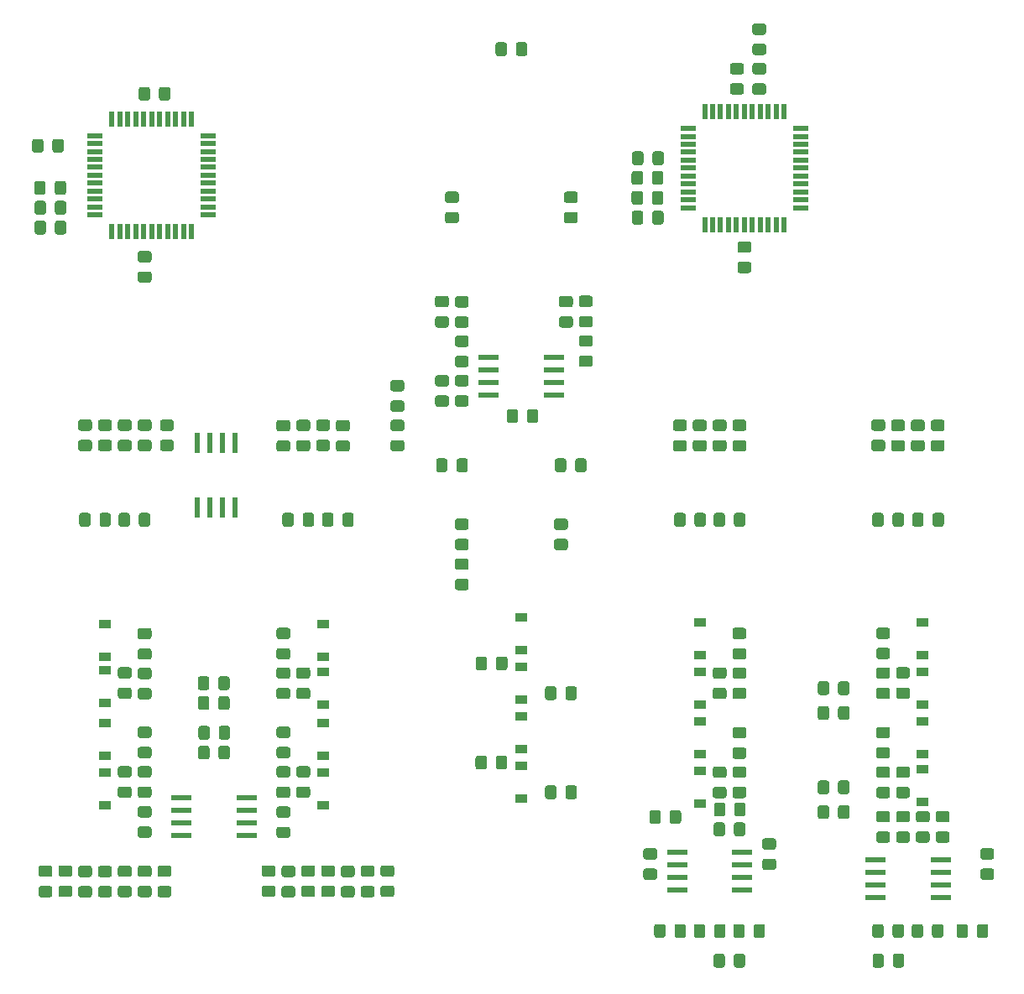
<source format=gbp>
G04 #@! TF.GenerationSoftware,KiCad,Pcbnew,(5.1.9)-1*
G04 #@! TF.CreationDate,2021-05-20T23:10:05+02:00*
G04 #@! TF.ProjectId,KicadJE_OLED_Board_Only,4b696361-644a-4455-9f4f-4c45445f426f,Rev A*
G04 #@! TF.SameCoordinates,Original*
G04 #@! TF.FileFunction,Paste,Bot*
G04 #@! TF.FilePolarity,Positive*
%FSLAX46Y46*%
G04 Gerber Fmt 4.6, Leading zero omitted, Abs format (unit mm)*
G04 Created by KiCad (PCBNEW (5.1.9)-1) date 2021-05-20 23:10:05*
%MOMM*%
%LPD*%
G01*
G04 APERTURE LIST*
%ADD10R,1.500000X0.550000*%
%ADD11R,0.550000X1.500000*%
%ADD12R,1.200000X0.900000*%
%ADD13R,2.000000X0.550000*%
%ADD14R,0.550000X2.000000*%
G04 APERTURE END LIST*
G36*
G01*
X102800000Y-62299999D02*
X102800000Y-63200001D01*
G75*
G02*
X102550001Y-63450000I-249999J0D01*
G01*
X101899999Y-63450000D01*
G75*
G02*
X101650000Y-63200001I0J249999D01*
G01*
X101650000Y-62299999D01*
G75*
G02*
X101899999Y-62050000I249999J0D01*
G01*
X102550001Y-62050000D01*
G75*
G02*
X102800000Y-62299999I0J-249999D01*
G01*
G37*
G36*
G01*
X104850000Y-62299999D02*
X104850000Y-63200001D01*
G75*
G02*
X104600001Y-63450000I-249999J0D01*
G01*
X103949999Y-63450000D01*
G75*
G02*
X103700000Y-63200001I0J249999D01*
G01*
X103700000Y-62299999D01*
G75*
G02*
X103949999Y-62050000I249999J0D01*
G01*
X104600001Y-62050000D01*
G75*
G02*
X104850000Y-62299999I0J-249999D01*
G01*
G37*
G36*
G01*
X149550000Y-52549999D02*
X149550000Y-53450001D01*
G75*
G02*
X149300001Y-53700000I-249999J0D01*
G01*
X148649999Y-53700000D01*
G75*
G02*
X148400000Y-53450001I0J249999D01*
G01*
X148400000Y-52549999D01*
G75*
G02*
X148649999Y-52300000I249999J0D01*
G01*
X149300001Y-52300000D01*
G75*
G02*
X149550000Y-52549999I0J-249999D01*
G01*
G37*
G36*
G01*
X151600000Y-52549999D02*
X151600000Y-53450001D01*
G75*
G02*
X151350001Y-53700000I-249999J0D01*
G01*
X150699999Y-53700000D01*
G75*
G02*
X150450000Y-53450001I0J249999D01*
G01*
X150450000Y-52549999D01*
G75*
G02*
X150699999Y-52300000I249999J0D01*
G01*
X151350001Y-52300000D01*
G75*
G02*
X151600000Y-52549999I0J-249999D01*
G01*
G37*
G36*
G01*
X172299999Y-54400000D02*
X173200001Y-54400000D01*
G75*
G02*
X173450000Y-54649999I0J-249999D01*
G01*
X173450000Y-55300001D01*
G75*
G02*
X173200001Y-55550000I-249999J0D01*
G01*
X172299999Y-55550000D01*
G75*
G02*
X172050000Y-55300001I0J249999D01*
G01*
X172050000Y-54649999D01*
G75*
G02*
X172299999Y-54400000I249999J0D01*
G01*
G37*
G36*
G01*
X172299999Y-56450000D02*
X173200001Y-56450000D01*
G75*
G02*
X173450000Y-56699999I0J-249999D01*
G01*
X173450000Y-57350001D01*
G75*
G02*
X173200001Y-57600000I-249999J0D01*
G01*
X172299999Y-57600000D01*
G75*
G02*
X172050000Y-57350001I0J249999D01*
G01*
X172050000Y-56699999D01*
G75*
G02*
X172299999Y-56450000I249999J0D01*
G01*
G37*
G36*
G01*
X173950001Y-75600000D02*
X173049999Y-75600000D01*
G75*
G02*
X172800000Y-75350001I0J249999D01*
G01*
X172800000Y-74699999D01*
G75*
G02*
X173049999Y-74450000I249999J0D01*
G01*
X173950001Y-74450000D01*
G75*
G02*
X174200000Y-74699999I0J-249999D01*
G01*
X174200000Y-75350001D01*
G75*
G02*
X173950001Y-75600000I-249999J0D01*
G01*
G37*
G36*
G01*
X173950001Y-73550000D02*
X173049999Y-73550000D01*
G75*
G02*
X172800000Y-73300001I0J249999D01*
G01*
X172800000Y-72649999D01*
G75*
G02*
X173049999Y-72400000I249999J0D01*
G01*
X173950001Y-72400000D01*
G75*
G02*
X174200000Y-72649999I0J-249999D01*
G01*
X174200000Y-73300001D01*
G75*
G02*
X173950001Y-73550000I-249999J0D01*
G01*
G37*
G36*
G01*
X164175000Y-66450001D02*
X164175000Y-65549999D01*
G75*
G02*
X164424999Y-65300000I249999J0D01*
G01*
X165075001Y-65300000D01*
G75*
G02*
X165325000Y-65549999I0J-249999D01*
G01*
X165325000Y-66450001D01*
G75*
G02*
X165075001Y-66700000I-249999J0D01*
G01*
X164424999Y-66700000D01*
G75*
G02*
X164175000Y-66450001I0J249999D01*
G01*
G37*
G36*
G01*
X162125000Y-66450001D02*
X162125000Y-65549999D01*
G75*
G02*
X162374999Y-65300000I249999J0D01*
G01*
X163025001Y-65300000D01*
G75*
G02*
X163275000Y-65549999I0J-249999D01*
G01*
X163275000Y-66450001D01*
G75*
G02*
X163025001Y-66700000I-249999J0D01*
G01*
X162374999Y-66700000D01*
G75*
G02*
X162125000Y-66450001I0J249999D01*
G01*
G37*
G36*
G01*
X165375000Y-63549999D02*
X165375000Y-64450001D01*
G75*
G02*
X165125001Y-64700000I-249999J0D01*
G01*
X164474999Y-64700000D01*
G75*
G02*
X164225000Y-64450001I0J249999D01*
G01*
X164225000Y-63549999D01*
G75*
G02*
X164474999Y-63300000I249999J0D01*
G01*
X165125001Y-63300000D01*
G75*
G02*
X165375000Y-63549999I0J-249999D01*
G01*
G37*
G36*
G01*
X163325000Y-63549999D02*
X163325000Y-64450001D01*
G75*
G02*
X163075001Y-64700000I-249999J0D01*
G01*
X162424999Y-64700000D01*
G75*
G02*
X162175000Y-64450001I0J249999D01*
G01*
X162175000Y-63549999D01*
G75*
G02*
X162424999Y-63300000I249999J0D01*
G01*
X163075001Y-63300000D01*
G75*
G02*
X163325000Y-63549999I0J-249999D01*
G01*
G37*
G36*
G01*
X174549999Y-50400000D02*
X175450001Y-50400000D01*
G75*
G02*
X175700000Y-50649999I0J-249999D01*
G01*
X175700000Y-51300001D01*
G75*
G02*
X175450001Y-51550000I-249999J0D01*
G01*
X174549999Y-51550000D01*
G75*
G02*
X174300000Y-51300001I0J249999D01*
G01*
X174300000Y-50649999D01*
G75*
G02*
X174549999Y-50400000I249999J0D01*
G01*
G37*
G36*
G01*
X174549999Y-52450000D02*
X175450001Y-52450000D01*
G75*
G02*
X175700000Y-52699999I0J-249999D01*
G01*
X175700000Y-53350001D01*
G75*
G02*
X175450001Y-53600000I-249999J0D01*
G01*
X174549999Y-53600000D01*
G75*
G02*
X174300000Y-53350001I0J249999D01*
G01*
X174300000Y-52699999D01*
G75*
G02*
X174549999Y-52450000I249999J0D01*
G01*
G37*
G36*
G01*
X165325000Y-67549999D02*
X165325000Y-68450001D01*
G75*
G02*
X165075001Y-68700000I-249999J0D01*
G01*
X164424999Y-68700000D01*
G75*
G02*
X164175000Y-68450001I0J249999D01*
G01*
X164175000Y-67549999D01*
G75*
G02*
X164424999Y-67300000I249999J0D01*
G01*
X165075001Y-67300000D01*
G75*
G02*
X165325000Y-67549999I0J-249999D01*
G01*
G37*
G36*
G01*
X163275000Y-67549999D02*
X163275000Y-68450001D01*
G75*
G02*
X163025001Y-68700000I-249999J0D01*
G01*
X162374999Y-68700000D01*
G75*
G02*
X162125000Y-68450001I0J249999D01*
G01*
X162125000Y-67549999D01*
G75*
G02*
X162374999Y-67300000I249999J0D01*
G01*
X163025001Y-67300000D01*
G75*
G02*
X163275000Y-67549999I0J-249999D01*
G01*
G37*
G36*
G01*
X174549999Y-54400000D02*
X175450001Y-54400000D01*
G75*
G02*
X175700000Y-54649999I0J-249999D01*
G01*
X175700000Y-55300001D01*
G75*
G02*
X175450001Y-55550000I-249999J0D01*
G01*
X174549999Y-55550000D01*
G75*
G02*
X174300000Y-55300001I0J249999D01*
G01*
X174300000Y-54649999D01*
G75*
G02*
X174549999Y-54400000I249999J0D01*
G01*
G37*
G36*
G01*
X174549999Y-56450000D02*
X175450001Y-56450000D01*
G75*
G02*
X175700000Y-56699999I0J-249999D01*
G01*
X175700000Y-57350001D01*
G75*
G02*
X175450001Y-57600000I-249999J0D01*
G01*
X174549999Y-57600000D01*
G75*
G02*
X174300000Y-57350001I0J249999D01*
G01*
X174300000Y-56699999D01*
G75*
G02*
X174549999Y-56450000I249999J0D01*
G01*
G37*
G36*
G01*
X165350000Y-69549999D02*
X165350000Y-70450001D01*
G75*
G02*
X165100001Y-70700000I-249999J0D01*
G01*
X164449999Y-70700000D01*
G75*
G02*
X164200000Y-70450001I0J249999D01*
G01*
X164200000Y-69549999D01*
G75*
G02*
X164449999Y-69300000I249999J0D01*
G01*
X165100001Y-69300000D01*
G75*
G02*
X165350000Y-69549999I0J-249999D01*
G01*
G37*
G36*
G01*
X163300000Y-69549999D02*
X163300000Y-70450001D01*
G75*
G02*
X163050001Y-70700000I-249999J0D01*
G01*
X162399999Y-70700000D01*
G75*
G02*
X162150000Y-70450001I0J249999D01*
G01*
X162150000Y-69549999D01*
G75*
G02*
X162399999Y-69300000I249999J0D01*
G01*
X163050001Y-69300000D01*
G75*
G02*
X163300000Y-69549999I0J-249999D01*
G01*
G37*
D10*
X179200000Y-61000000D03*
X179200000Y-61800000D03*
X179200000Y-62600000D03*
X179200000Y-63400000D03*
X179200000Y-64200000D03*
X179200000Y-65000000D03*
X179200000Y-65800000D03*
X179200000Y-66600000D03*
X179200000Y-67400000D03*
X179200000Y-68200000D03*
X179200000Y-69000000D03*
D11*
X177500000Y-70700000D03*
X176700000Y-70700000D03*
X175900000Y-70700000D03*
X175100000Y-70700000D03*
X174300000Y-70700000D03*
X173500000Y-70700000D03*
X172700000Y-70700000D03*
X171900000Y-70700000D03*
X171100000Y-70700000D03*
X170300000Y-70700000D03*
X169500000Y-70700000D03*
D10*
X167800000Y-69000000D03*
X167800000Y-68200000D03*
X167800000Y-67400000D03*
X167800000Y-66600000D03*
X167800000Y-65800000D03*
X167800000Y-65000000D03*
X167800000Y-64200000D03*
X167800000Y-63400000D03*
X167800000Y-62600000D03*
X167800000Y-61800000D03*
X167800000Y-61000000D03*
D11*
X169500000Y-59300000D03*
X170300000Y-59300000D03*
X171100000Y-59300000D03*
X171900000Y-59300000D03*
X172700000Y-59300000D03*
X173500000Y-59300000D03*
X174300000Y-59300000D03*
X175100000Y-59300000D03*
X175900000Y-59300000D03*
X176700000Y-59300000D03*
X177500000Y-59300000D03*
G36*
G01*
X173450001Y-112550000D02*
X172549999Y-112550000D01*
G75*
G02*
X172300000Y-112300001I0J249999D01*
G01*
X172300000Y-111649999D01*
G75*
G02*
X172549999Y-111400000I249999J0D01*
G01*
X173450001Y-111400000D01*
G75*
G02*
X173700000Y-111649999I0J-249999D01*
G01*
X173700000Y-112300001D01*
G75*
G02*
X173450001Y-112550000I-249999J0D01*
G01*
G37*
G36*
G01*
X173450001Y-114600000D02*
X172549999Y-114600000D01*
G75*
G02*
X172300000Y-114350001I0J249999D01*
G01*
X172300000Y-113699999D01*
G75*
G02*
X172549999Y-113450000I249999J0D01*
G01*
X173450001Y-113450000D01*
G75*
G02*
X173700000Y-113699999I0J-249999D01*
G01*
X173700000Y-114350001D01*
G75*
G02*
X173450001Y-114600000I-249999J0D01*
G01*
G37*
G36*
G01*
X187950001Y-114575000D02*
X187049999Y-114575000D01*
G75*
G02*
X186800000Y-114325001I0J249999D01*
G01*
X186800000Y-113674999D01*
G75*
G02*
X187049999Y-113425000I249999J0D01*
G01*
X187950001Y-113425000D01*
G75*
G02*
X188200000Y-113674999I0J-249999D01*
G01*
X188200000Y-114325001D01*
G75*
G02*
X187950001Y-114575000I-249999J0D01*
G01*
G37*
G36*
G01*
X187950001Y-112525000D02*
X187049999Y-112525000D01*
G75*
G02*
X186800000Y-112275001I0J249999D01*
G01*
X186800000Y-111624999D01*
G75*
G02*
X187049999Y-111375000I249999J0D01*
G01*
X187950001Y-111375000D01*
G75*
G02*
X188200000Y-111624999I0J-249999D01*
G01*
X188200000Y-112275001D01*
G75*
G02*
X187950001Y-112525000I-249999J0D01*
G01*
G37*
G36*
G01*
X169450001Y-91550000D02*
X168549999Y-91550000D01*
G75*
G02*
X168300000Y-91300001I0J249999D01*
G01*
X168300000Y-90649999D01*
G75*
G02*
X168549999Y-90400000I249999J0D01*
G01*
X169450001Y-90400000D01*
G75*
G02*
X169700000Y-90649999I0J-249999D01*
G01*
X169700000Y-91300001D01*
G75*
G02*
X169450001Y-91550000I-249999J0D01*
G01*
G37*
G36*
G01*
X169450001Y-93600000D02*
X168549999Y-93600000D01*
G75*
G02*
X168300000Y-93350001I0J249999D01*
G01*
X168300000Y-92699999D01*
G75*
G02*
X168549999Y-92450000I249999J0D01*
G01*
X169450001Y-92450000D01*
G75*
G02*
X169700000Y-92699999I0J-249999D01*
G01*
X169700000Y-93350001D01*
G75*
G02*
X169450001Y-93600000I-249999J0D01*
G01*
G37*
G36*
G01*
X171450001Y-93600000D02*
X170549999Y-93600000D01*
G75*
G02*
X170300000Y-93350001I0J249999D01*
G01*
X170300000Y-92699999D01*
G75*
G02*
X170549999Y-92450000I249999J0D01*
G01*
X171450001Y-92450000D01*
G75*
G02*
X171700000Y-92699999I0J-249999D01*
G01*
X171700000Y-93350001D01*
G75*
G02*
X171450001Y-93600000I-249999J0D01*
G01*
G37*
G36*
G01*
X171450001Y-91550000D02*
X170549999Y-91550000D01*
G75*
G02*
X170300000Y-91300001I0J249999D01*
G01*
X170300000Y-90649999D01*
G75*
G02*
X170549999Y-90400000I249999J0D01*
G01*
X171450001Y-90400000D01*
G75*
G02*
X171700000Y-90649999I0J-249999D01*
G01*
X171700000Y-91300001D01*
G75*
G02*
X171450001Y-91550000I-249999J0D01*
G01*
G37*
G36*
G01*
X172450000Y-100950001D02*
X172450000Y-100049999D01*
G75*
G02*
X172699999Y-99800000I249999J0D01*
G01*
X173350001Y-99800000D01*
G75*
G02*
X173600000Y-100049999I0J-249999D01*
G01*
X173600000Y-100950001D01*
G75*
G02*
X173350001Y-101200000I-249999J0D01*
G01*
X172699999Y-101200000D01*
G75*
G02*
X172450000Y-100950001I0J249999D01*
G01*
G37*
G36*
G01*
X170400000Y-100950001D02*
X170400000Y-100049999D01*
G75*
G02*
X170649999Y-99800000I249999J0D01*
G01*
X171300001Y-99800000D01*
G75*
G02*
X171550000Y-100049999I0J-249999D01*
G01*
X171550000Y-100950001D01*
G75*
G02*
X171300001Y-101200000I-249999J0D01*
G01*
X170649999Y-101200000D01*
G75*
G02*
X170400000Y-100950001I0J249999D01*
G01*
G37*
D12*
X169000000Y-124150000D03*
X169000000Y-120850000D03*
X169000000Y-125850000D03*
X169000000Y-129150000D03*
X191500000Y-124150000D03*
X191500000Y-120850000D03*
X191500000Y-125700000D03*
X191500000Y-129000000D03*
X169000000Y-119150000D03*
X169000000Y-115850000D03*
X169000000Y-110850000D03*
X169000000Y-114150000D03*
X191500000Y-119150000D03*
X191500000Y-115850000D03*
X191500000Y-110850000D03*
X191500000Y-114150000D03*
G36*
G01*
X180900000Y-127950001D02*
X180900000Y-127049999D01*
G75*
G02*
X181149999Y-126800000I249999J0D01*
G01*
X181800001Y-126800000D01*
G75*
G02*
X182050000Y-127049999I0J-249999D01*
G01*
X182050000Y-127950001D01*
G75*
G02*
X181800001Y-128200000I-249999J0D01*
G01*
X181149999Y-128200000D01*
G75*
G02*
X180900000Y-127950001I0J249999D01*
G01*
G37*
G36*
G01*
X182950000Y-127950001D02*
X182950000Y-127049999D01*
G75*
G02*
X183199999Y-126800000I249999J0D01*
G01*
X183850001Y-126800000D01*
G75*
G02*
X184100000Y-127049999I0J-249999D01*
G01*
X184100000Y-127950001D01*
G75*
G02*
X183850001Y-128200000I-249999J0D01*
G01*
X183199999Y-128200000D01*
G75*
G02*
X182950000Y-127950001I0J249999D01*
G01*
G37*
G36*
G01*
X184100000Y-119549999D02*
X184100000Y-120450001D01*
G75*
G02*
X183850001Y-120700000I-249999J0D01*
G01*
X183199999Y-120700000D01*
G75*
G02*
X182950000Y-120450001I0J249999D01*
G01*
X182950000Y-119549999D01*
G75*
G02*
X183199999Y-119300000I249999J0D01*
G01*
X183850001Y-119300000D01*
G75*
G02*
X184100000Y-119549999I0J-249999D01*
G01*
G37*
G36*
G01*
X182050000Y-119549999D02*
X182050000Y-120450001D01*
G75*
G02*
X181800001Y-120700000I-249999J0D01*
G01*
X181149999Y-120700000D01*
G75*
G02*
X180900000Y-120450001I0J249999D01*
G01*
X180900000Y-119549999D01*
G75*
G02*
X181149999Y-119300000I249999J0D01*
G01*
X181800001Y-119300000D01*
G75*
G02*
X182050000Y-119549999I0J-249999D01*
G01*
G37*
G36*
G01*
X180900000Y-117950001D02*
X180900000Y-117049999D01*
G75*
G02*
X181149999Y-116800000I249999J0D01*
G01*
X181800001Y-116800000D01*
G75*
G02*
X182050000Y-117049999I0J-249999D01*
G01*
X182050000Y-117950001D01*
G75*
G02*
X181800001Y-118200000I-249999J0D01*
G01*
X181149999Y-118200000D01*
G75*
G02*
X180900000Y-117950001I0J249999D01*
G01*
G37*
G36*
G01*
X182950000Y-117950001D02*
X182950000Y-117049999D01*
G75*
G02*
X183199999Y-116800000I249999J0D01*
G01*
X183850001Y-116800000D01*
G75*
G02*
X184100000Y-117049999I0J-249999D01*
G01*
X184100000Y-117950001D01*
G75*
G02*
X183850001Y-118200000I-249999J0D01*
G01*
X183199999Y-118200000D01*
G75*
G02*
X182950000Y-117950001I0J249999D01*
G01*
G37*
G36*
G01*
X182050000Y-129549999D02*
X182050000Y-130450001D01*
G75*
G02*
X181800001Y-130700000I-249999J0D01*
G01*
X181149999Y-130700000D01*
G75*
G02*
X180900000Y-130450001I0J249999D01*
G01*
X180900000Y-129549999D01*
G75*
G02*
X181149999Y-129300000I249999J0D01*
G01*
X181800001Y-129300000D01*
G75*
G02*
X182050000Y-129549999I0J-249999D01*
G01*
G37*
G36*
G01*
X184100000Y-129549999D02*
X184100000Y-130450001D01*
G75*
G02*
X183850001Y-130700000I-249999J0D01*
G01*
X183199999Y-130700000D01*
G75*
G02*
X182950000Y-130450001I0J249999D01*
G01*
X182950000Y-129549999D01*
G75*
G02*
X183199999Y-129300000I249999J0D01*
G01*
X183850001Y-129300000D01*
G75*
G02*
X184100000Y-129549999I0J-249999D01*
G01*
G37*
G36*
G01*
X198450001Y-136850000D02*
X197549999Y-136850000D01*
G75*
G02*
X197300000Y-136600001I0J249999D01*
G01*
X197300000Y-135949999D01*
G75*
G02*
X197549999Y-135700000I249999J0D01*
G01*
X198450001Y-135700000D01*
G75*
G02*
X198700000Y-135949999I0J-249999D01*
G01*
X198700000Y-136600001D01*
G75*
G02*
X198450001Y-136850000I-249999J0D01*
G01*
G37*
G36*
G01*
X198450001Y-134800000D02*
X197549999Y-134800000D01*
G75*
G02*
X197300000Y-134550001I0J249999D01*
G01*
X197300000Y-133899999D01*
G75*
G02*
X197549999Y-133650000I249999J0D01*
G01*
X198450001Y-133650000D01*
G75*
G02*
X198700000Y-133899999I0J-249999D01*
G01*
X198700000Y-134550001D01*
G75*
G02*
X198450001Y-134800000I-249999J0D01*
G01*
G37*
G36*
G01*
X173450001Y-116550000D02*
X172549999Y-116550000D01*
G75*
G02*
X172300000Y-116300001I0J249999D01*
G01*
X172300000Y-115649999D01*
G75*
G02*
X172549999Y-115400000I249999J0D01*
G01*
X173450001Y-115400000D01*
G75*
G02*
X173700000Y-115649999I0J-249999D01*
G01*
X173700000Y-116300001D01*
G75*
G02*
X173450001Y-116550000I-249999J0D01*
G01*
G37*
G36*
G01*
X173450001Y-118600000D02*
X172549999Y-118600000D01*
G75*
G02*
X172300000Y-118350001I0J249999D01*
G01*
X172300000Y-117699999D01*
G75*
G02*
X172549999Y-117450000I249999J0D01*
G01*
X173450001Y-117450000D01*
G75*
G02*
X173700000Y-117699999I0J-249999D01*
G01*
X173700000Y-118350001D01*
G75*
G02*
X173450001Y-118600000I-249999J0D01*
G01*
G37*
G36*
G01*
X187950001Y-118600000D02*
X187049999Y-118600000D01*
G75*
G02*
X186800000Y-118350001I0J249999D01*
G01*
X186800000Y-117699999D01*
G75*
G02*
X187049999Y-117450000I249999J0D01*
G01*
X187950001Y-117450000D01*
G75*
G02*
X188200000Y-117699999I0J-249999D01*
G01*
X188200000Y-118350001D01*
G75*
G02*
X187950001Y-118600000I-249999J0D01*
G01*
G37*
G36*
G01*
X187950001Y-116550000D02*
X187049999Y-116550000D01*
G75*
G02*
X186800000Y-116300001I0J249999D01*
G01*
X186800000Y-115649999D01*
G75*
G02*
X187049999Y-115400000I249999J0D01*
G01*
X187950001Y-115400000D01*
G75*
G02*
X188200000Y-115649999I0J-249999D01*
G01*
X188200000Y-116300001D01*
G75*
G02*
X187950001Y-116550000I-249999J0D01*
G01*
G37*
G36*
G01*
X176450001Y-133800000D02*
X175549999Y-133800000D01*
G75*
G02*
X175300000Y-133550001I0J249999D01*
G01*
X175300000Y-132899999D01*
G75*
G02*
X175549999Y-132650000I249999J0D01*
G01*
X176450001Y-132650000D01*
G75*
G02*
X176700000Y-132899999I0J-249999D01*
G01*
X176700000Y-133550001D01*
G75*
G02*
X176450001Y-133800000I-249999J0D01*
G01*
G37*
G36*
G01*
X176450001Y-135850000D02*
X175549999Y-135850000D01*
G75*
G02*
X175300000Y-135600001I0J249999D01*
G01*
X175300000Y-134949999D01*
G75*
G02*
X175549999Y-134700000I249999J0D01*
G01*
X176450001Y-134700000D01*
G75*
G02*
X176700000Y-134949999I0J-249999D01*
G01*
X176700000Y-135600001D01*
G75*
G02*
X176450001Y-135850000I-249999J0D01*
G01*
G37*
G36*
G01*
X170549999Y-115400000D02*
X171450001Y-115400000D01*
G75*
G02*
X171700000Y-115649999I0J-249999D01*
G01*
X171700000Y-116300001D01*
G75*
G02*
X171450001Y-116550000I-249999J0D01*
G01*
X170549999Y-116550000D01*
G75*
G02*
X170300000Y-116300001I0J249999D01*
G01*
X170300000Y-115649999D01*
G75*
G02*
X170549999Y-115400000I249999J0D01*
G01*
G37*
G36*
G01*
X170549999Y-117450000D02*
X171450001Y-117450000D01*
G75*
G02*
X171700000Y-117699999I0J-249999D01*
G01*
X171700000Y-118350001D01*
G75*
G02*
X171450001Y-118600000I-249999J0D01*
G01*
X170549999Y-118600000D01*
G75*
G02*
X170300000Y-118350001I0J249999D01*
G01*
X170300000Y-117699999D01*
G75*
G02*
X170549999Y-117450000I249999J0D01*
G01*
G37*
G36*
G01*
X189049999Y-117425000D02*
X189950001Y-117425000D01*
G75*
G02*
X190200000Y-117674999I0J-249999D01*
G01*
X190200000Y-118325001D01*
G75*
G02*
X189950001Y-118575000I-249999J0D01*
G01*
X189049999Y-118575000D01*
G75*
G02*
X188800000Y-118325001I0J249999D01*
G01*
X188800000Y-117674999D01*
G75*
G02*
X189049999Y-117425000I249999J0D01*
G01*
G37*
G36*
G01*
X189049999Y-115375000D02*
X189950001Y-115375000D01*
G75*
G02*
X190200000Y-115624999I0J-249999D01*
G01*
X190200000Y-116275001D01*
G75*
G02*
X189950001Y-116525000I-249999J0D01*
G01*
X189049999Y-116525000D01*
G75*
G02*
X188800000Y-116275001I0J249999D01*
G01*
X188800000Y-115624999D01*
G75*
G02*
X189049999Y-115375000I249999J0D01*
G01*
G37*
G36*
G01*
X173450001Y-126550000D02*
X172549999Y-126550000D01*
G75*
G02*
X172300000Y-126300001I0J249999D01*
G01*
X172300000Y-125649999D01*
G75*
G02*
X172549999Y-125400000I249999J0D01*
G01*
X173450001Y-125400000D01*
G75*
G02*
X173700000Y-125649999I0J-249999D01*
G01*
X173700000Y-126300001D01*
G75*
G02*
X173450001Y-126550000I-249999J0D01*
G01*
G37*
G36*
G01*
X173450001Y-128600000D02*
X172549999Y-128600000D01*
G75*
G02*
X172300000Y-128350001I0J249999D01*
G01*
X172300000Y-127699999D01*
G75*
G02*
X172549999Y-127450000I249999J0D01*
G01*
X173450001Y-127450000D01*
G75*
G02*
X173700000Y-127699999I0J-249999D01*
G01*
X173700000Y-128350001D01*
G75*
G02*
X173450001Y-128600000I-249999J0D01*
G01*
G37*
G36*
G01*
X187950001Y-128600000D02*
X187049999Y-128600000D01*
G75*
G02*
X186800000Y-128350001I0J249999D01*
G01*
X186800000Y-127699999D01*
G75*
G02*
X187049999Y-127450000I249999J0D01*
G01*
X187950001Y-127450000D01*
G75*
G02*
X188200000Y-127699999I0J-249999D01*
G01*
X188200000Y-128350001D01*
G75*
G02*
X187950001Y-128600000I-249999J0D01*
G01*
G37*
G36*
G01*
X187950001Y-126550000D02*
X187049999Y-126550000D01*
G75*
G02*
X186800000Y-126300001I0J249999D01*
G01*
X186800000Y-125649999D01*
G75*
G02*
X187049999Y-125400000I249999J0D01*
G01*
X187950001Y-125400000D01*
G75*
G02*
X188200000Y-125649999I0J-249999D01*
G01*
X188200000Y-126300001D01*
G75*
G02*
X187950001Y-126550000I-249999J0D01*
G01*
G37*
G36*
G01*
X165075000Y-130049999D02*
X165075000Y-130950001D01*
G75*
G02*
X164825001Y-131200000I-249999J0D01*
G01*
X164174999Y-131200000D01*
G75*
G02*
X163925000Y-130950001I0J249999D01*
G01*
X163925000Y-130049999D01*
G75*
G02*
X164174999Y-129800000I249999J0D01*
G01*
X164825001Y-129800000D01*
G75*
G02*
X165075000Y-130049999I0J-249999D01*
G01*
G37*
G36*
G01*
X167125000Y-130049999D02*
X167125000Y-130950001D01*
G75*
G02*
X166875001Y-131200000I-249999J0D01*
G01*
X166224999Y-131200000D01*
G75*
G02*
X165975000Y-130950001I0J249999D01*
G01*
X165975000Y-130049999D01*
G75*
G02*
X166224999Y-129800000I249999J0D01*
G01*
X166875001Y-129800000D01*
G75*
G02*
X167125000Y-130049999I0J-249999D01*
G01*
G37*
G36*
G01*
X172375000Y-142450001D02*
X172375000Y-141549999D01*
G75*
G02*
X172624999Y-141300000I249999J0D01*
G01*
X173275001Y-141300000D01*
G75*
G02*
X173525000Y-141549999I0J-249999D01*
G01*
X173525000Y-142450001D01*
G75*
G02*
X173275001Y-142700000I-249999J0D01*
G01*
X172624999Y-142700000D01*
G75*
G02*
X172375000Y-142450001I0J249999D01*
G01*
G37*
G36*
G01*
X174425000Y-142450001D02*
X174425000Y-141549999D01*
G75*
G02*
X174674999Y-141300000I249999J0D01*
G01*
X175325001Y-141300000D01*
G75*
G02*
X175575000Y-141549999I0J-249999D01*
G01*
X175575000Y-142450001D01*
G75*
G02*
X175325001Y-142700000I-249999J0D01*
G01*
X174674999Y-142700000D01*
G75*
G02*
X174425000Y-142450001I0J249999D01*
G01*
G37*
G36*
G01*
X191950001Y-133100000D02*
X191049999Y-133100000D01*
G75*
G02*
X190800000Y-132850001I0J249999D01*
G01*
X190800000Y-132199999D01*
G75*
G02*
X191049999Y-131950000I249999J0D01*
G01*
X191950001Y-131950000D01*
G75*
G02*
X192200000Y-132199999I0J-249999D01*
G01*
X192200000Y-132850001D01*
G75*
G02*
X191950001Y-133100000I-249999J0D01*
G01*
G37*
G36*
G01*
X191950001Y-131050000D02*
X191049999Y-131050000D01*
G75*
G02*
X190800000Y-130800001I0J249999D01*
G01*
X190800000Y-130149999D01*
G75*
G02*
X191049999Y-129900000I249999J0D01*
G01*
X191950001Y-129900000D01*
G75*
G02*
X192200000Y-130149999I0J-249999D01*
G01*
X192200000Y-130800001D01*
G75*
G02*
X191950001Y-131050000I-249999J0D01*
G01*
G37*
G36*
G01*
X196950000Y-142450001D02*
X196950000Y-141549999D01*
G75*
G02*
X197199999Y-141300000I249999J0D01*
G01*
X197850001Y-141300000D01*
G75*
G02*
X198100000Y-141549999I0J-249999D01*
G01*
X198100000Y-142450001D01*
G75*
G02*
X197850001Y-142700000I-249999J0D01*
G01*
X197199999Y-142700000D01*
G75*
G02*
X196950000Y-142450001I0J249999D01*
G01*
G37*
G36*
G01*
X194900000Y-142450001D02*
X194900000Y-141549999D01*
G75*
G02*
X195149999Y-141300000I249999J0D01*
G01*
X195800001Y-141300000D01*
G75*
G02*
X196050000Y-141549999I0J-249999D01*
G01*
X196050000Y-142450001D01*
G75*
G02*
X195800001Y-142700000I-249999J0D01*
G01*
X195149999Y-142700000D01*
G75*
G02*
X194900000Y-142450001I0J249999D01*
G01*
G37*
G36*
G01*
X192425000Y-142450001D02*
X192425000Y-141549999D01*
G75*
G02*
X192674999Y-141300000I249999J0D01*
G01*
X193325001Y-141300000D01*
G75*
G02*
X193575000Y-141549999I0J-249999D01*
G01*
X193575000Y-142450001D01*
G75*
G02*
X193325001Y-142700000I-249999J0D01*
G01*
X192674999Y-142700000D01*
G75*
G02*
X192425000Y-142450001I0J249999D01*
G01*
G37*
G36*
G01*
X190375000Y-142450001D02*
X190375000Y-141549999D01*
G75*
G02*
X190624999Y-141300000I249999J0D01*
G01*
X191275001Y-141300000D01*
G75*
G02*
X191525000Y-141549999I0J-249999D01*
G01*
X191525000Y-142450001D01*
G75*
G02*
X191275001Y-142700000I-249999J0D01*
G01*
X190624999Y-142700000D01*
G75*
G02*
X190375000Y-142450001I0J249999D01*
G01*
G37*
G36*
G01*
X166549999Y-92450000D02*
X167450001Y-92450000D01*
G75*
G02*
X167700000Y-92699999I0J-249999D01*
G01*
X167700000Y-93350001D01*
G75*
G02*
X167450001Y-93600000I-249999J0D01*
G01*
X166549999Y-93600000D01*
G75*
G02*
X166300000Y-93350001I0J249999D01*
G01*
X166300000Y-92699999D01*
G75*
G02*
X166549999Y-92450000I249999J0D01*
G01*
G37*
G36*
G01*
X166549999Y-90400000D02*
X167450001Y-90400000D01*
G75*
G02*
X167700000Y-90649999I0J-249999D01*
G01*
X167700000Y-91300001D01*
G75*
G02*
X167450001Y-91550000I-249999J0D01*
G01*
X166549999Y-91550000D01*
G75*
G02*
X166300000Y-91300001I0J249999D01*
G01*
X166300000Y-90649999D01*
G75*
G02*
X166549999Y-90400000I249999J0D01*
G01*
G37*
G36*
G01*
X169550000Y-141549999D02*
X169550000Y-142450001D01*
G75*
G02*
X169300001Y-142700000I-249999J0D01*
G01*
X168649999Y-142700000D01*
G75*
G02*
X168400000Y-142450001I0J249999D01*
G01*
X168400000Y-141549999D01*
G75*
G02*
X168649999Y-141300000I249999J0D01*
G01*
X169300001Y-141300000D01*
G75*
G02*
X169550000Y-141549999I0J-249999D01*
G01*
G37*
G36*
G01*
X171600000Y-141549999D02*
X171600000Y-142450001D01*
G75*
G02*
X171350001Y-142700000I-249999J0D01*
G01*
X170699999Y-142700000D01*
G75*
G02*
X170450000Y-142450001I0J249999D01*
G01*
X170450000Y-141549999D01*
G75*
G02*
X170699999Y-141300000I249999J0D01*
G01*
X171350001Y-141300000D01*
G75*
G02*
X171600000Y-141549999I0J-249999D01*
G01*
G37*
G36*
G01*
X164400000Y-142450001D02*
X164400000Y-141549999D01*
G75*
G02*
X164649999Y-141300000I249999J0D01*
G01*
X165300001Y-141300000D01*
G75*
G02*
X165550000Y-141549999I0J-249999D01*
G01*
X165550000Y-142450001D01*
G75*
G02*
X165300001Y-142700000I-249999J0D01*
G01*
X164649999Y-142700000D01*
G75*
G02*
X164400000Y-142450001I0J249999D01*
G01*
G37*
G36*
G01*
X166450000Y-142450001D02*
X166450000Y-141549999D01*
G75*
G02*
X166699999Y-141300000I249999J0D01*
G01*
X167350001Y-141300000D01*
G75*
G02*
X167600000Y-141549999I0J-249999D01*
G01*
X167600000Y-142450001D01*
G75*
G02*
X167350001Y-142700000I-249999J0D01*
G01*
X166699999Y-142700000D01*
G75*
G02*
X166450000Y-142450001I0J249999D01*
G01*
G37*
G36*
G01*
X188450000Y-142450001D02*
X188450000Y-141549999D01*
G75*
G02*
X188699999Y-141300000I249999J0D01*
G01*
X189350001Y-141300000D01*
G75*
G02*
X189600000Y-141549999I0J-249999D01*
G01*
X189600000Y-142450001D01*
G75*
G02*
X189350001Y-142700000I-249999J0D01*
G01*
X188699999Y-142700000D01*
G75*
G02*
X188450000Y-142450001I0J249999D01*
G01*
G37*
G36*
G01*
X186400000Y-142450001D02*
X186400000Y-141549999D01*
G75*
G02*
X186649999Y-141300000I249999J0D01*
G01*
X187300001Y-141300000D01*
G75*
G02*
X187550000Y-141549999I0J-249999D01*
G01*
X187550000Y-142450001D01*
G75*
G02*
X187300001Y-142700000I-249999J0D01*
G01*
X186649999Y-142700000D01*
G75*
G02*
X186400000Y-142450001I0J249999D01*
G01*
G37*
G36*
G01*
X173450001Y-93600000D02*
X172549999Y-93600000D01*
G75*
G02*
X172300000Y-93350001I0J249999D01*
G01*
X172300000Y-92699999D01*
G75*
G02*
X172549999Y-92450000I249999J0D01*
G01*
X173450001Y-92450000D01*
G75*
G02*
X173700000Y-92699999I0J-249999D01*
G01*
X173700000Y-93350001D01*
G75*
G02*
X173450001Y-93600000I-249999J0D01*
G01*
G37*
G36*
G01*
X173450001Y-91550000D02*
X172549999Y-91550000D01*
G75*
G02*
X172300000Y-91300001I0J249999D01*
G01*
X172300000Y-90649999D01*
G75*
G02*
X172549999Y-90400000I249999J0D01*
G01*
X173450001Y-90400000D01*
G75*
G02*
X173700000Y-90649999I0J-249999D01*
G01*
X173700000Y-91300001D01*
G75*
G02*
X173450001Y-91550000I-249999J0D01*
G01*
G37*
G36*
G01*
X169625000Y-100049999D02*
X169625000Y-100950001D01*
G75*
G02*
X169375001Y-101200000I-249999J0D01*
G01*
X168724999Y-101200000D01*
G75*
G02*
X168475000Y-100950001I0J249999D01*
G01*
X168475000Y-100049999D01*
G75*
G02*
X168724999Y-99800000I249999J0D01*
G01*
X169375001Y-99800000D01*
G75*
G02*
X169625000Y-100049999I0J-249999D01*
G01*
G37*
G36*
G01*
X167575000Y-100049999D02*
X167575000Y-100950001D01*
G75*
G02*
X167325001Y-101200000I-249999J0D01*
G01*
X166674999Y-101200000D01*
G75*
G02*
X166425000Y-100950001I0J249999D01*
G01*
X166425000Y-100049999D01*
G75*
G02*
X166674999Y-99800000I249999J0D01*
G01*
X167325001Y-99800000D01*
G75*
G02*
X167575000Y-100049999I0J-249999D01*
G01*
G37*
D13*
X173300000Y-137905000D03*
X173300000Y-136635000D03*
X173300000Y-135365000D03*
X173300000Y-134095000D03*
X166700000Y-134095000D03*
X166700000Y-135365000D03*
X166700000Y-136635000D03*
X166700000Y-137905000D03*
G36*
G01*
X173450001Y-124625000D02*
X172549999Y-124625000D01*
G75*
G02*
X172300000Y-124375001I0J249999D01*
G01*
X172300000Y-123724999D01*
G75*
G02*
X172549999Y-123475000I249999J0D01*
G01*
X173450001Y-123475000D01*
G75*
G02*
X173700000Y-123724999I0J-249999D01*
G01*
X173700000Y-124375001D01*
G75*
G02*
X173450001Y-124625000I-249999J0D01*
G01*
G37*
G36*
G01*
X173450001Y-122575000D02*
X172549999Y-122575000D01*
G75*
G02*
X172300000Y-122325001I0J249999D01*
G01*
X172300000Y-121674999D01*
G75*
G02*
X172549999Y-121425000I249999J0D01*
G01*
X173450001Y-121425000D01*
G75*
G02*
X173700000Y-121674999I0J-249999D01*
G01*
X173700000Y-122325001D01*
G75*
G02*
X173450001Y-122575000I-249999J0D01*
G01*
G37*
G36*
G01*
X187950001Y-122550000D02*
X187049999Y-122550000D01*
G75*
G02*
X186800000Y-122300001I0J249999D01*
G01*
X186800000Y-121649999D01*
G75*
G02*
X187049999Y-121400000I249999J0D01*
G01*
X187950001Y-121400000D01*
G75*
G02*
X188200000Y-121649999I0J-249999D01*
G01*
X188200000Y-122300001D01*
G75*
G02*
X187950001Y-122550000I-249999J0D01*
G01*
G37*
G36*
G01*
X187950001Y-124600000D02*
X187049999Y-124600000D01*
G75*
G02*
X186800000Y-124350001I0J249999D01*
G01*
X186800000Y-123699999D01*
G75*
G02*
X187049999Y-123450000I249999J0D01*
G01*
X187950001Y-123450000D01*
G75*
G02*
X188200000Y-123699999I0J-249999D01*
G01*
X188200000Y-124350001D01*
G75*
G02*
X187950001Y-124600000I-249999J0D01*
G01*
G37*
G36*
G01*
X172425000Y-145450001D02*
X172425000Y-144549999D01*
G75*
G02*
X172674999Y-144300000I249999J0D01*
G01*
X173325001Y-144300000D01*
G75*
G02*
X173575000Y-144549999I0J-249999D01*
G01*
X173575000Y-145450001D01*
G75*
G02*
X173325001Y-145700000I-249999J0D01*
G01*
X172674999Y-145700000D01*
G75*
G02*
X172425000Y-145450001I0J249999D01*
G01*
G37*
G36*
G01*
X170375000Y-145450001D02*
X170375000Y-144549999D01*
G75*
G02*
X170624999Y-144300000I249999J0D01*
G01*
X171275001Y-144300000D01*
G75*
G02*
X171525000Y-144549999I0J-249999D01*
G01*
X171525000Y-145450001D01*
G75*
G02*
X171275001Y-145700000I-249999J0D01*
G01*
X170624999Y-145700000D01*
G75*
G02*
X170375000Y-145450001I0J249999D01*
G01*
G37*
G36*
G01*
X189625000Y-144549999D02*
X189625000Y-145450001D01*
G75*
G02*
X189375001Y-145700000I-249999J0D01*
G01*
X188724999Y-145700000D01*
G75*
G02*
X188475000Y-145450001I0J249999D01*
G01*
X188475000Y-144549999D01*
G75*
G02*
X188724999Y-144300000I249999J0D01*
G01*
X189375001Y-144300000D01*
G75*
G02*
X189625000Y-144549999I0J-249999D01*
G01*
G37*
G36*
G01*
X187575000Y-144549999D02*
X187575000Y-145450001D01*
G75*
G02*
X187325001Y-145700000I-249999J0D01*
G01*
X186674999Y-145700000D01*
G75*
G02*
X186425000Y-145450001I0J249999D01*
G01*
X186425000Y-144549999D01*
G75*
G02*
X186674999Y-144300000I249999J0D01*
G01*
X187325001Y-144300000D01*
G75*
G02*
X187575000Y-144549999I0J-249999D01*
G01*
G37*
G36*
G01*
X189450001Y-91550000D02*
X188549999Y-91550000D01*
G75*
G02*
X188300000Y-91300001I0J249999D01*
G01*
X188300000Y-90649999D01*
G75*
G02*
X188549999Y-90400000I249999J0D01*
G01*
X189450001Y-90400000D01*
G75*
G02*
X189700000Y-90649999I0J-249999D01*
G01*
X189700000Y-91300001D01*
G75*
G02*
X189450001Y-91550000I-249999J0D01*
G01*
G37*
G36*
G01*
X189450001Y-93600000D02*
X188549999Y-93600000D01*
G75*
G02*
X188300000Y-93350001I0J249999D01*
G01*
X188300000Y-92699999D01*
G75*
G02*
X188549999Y-92450000I249999J0D01*
G01*
X189450001Y-92450000D01*
G75*
G02*
X189700000Y-92699999I0J-249999D01*
G01*
X189700000Y-93350001D01*
G75*
G02*
X189450001Y-93600000I-249999J0D01*
G01*
G37*
G36*
G01*
X191450001Y-93600000D02*
X190549999Y-93600000D01*
G75*
G02*
X190300000Y-93350001I0J249999D01*
G01*
X190300000Y-92699999D01*
G75*
G02*
X190549999Y-92450000I249999J0D01*
G01*
X191450001Y-92450000D01*
G75*
G02*
X191700000Y-92699999I0J-249999D01*
G01*
X191700000Y-93350001D01*
G75*
G02*
X191450001Y-93600000I-249999J0D01*
G01*
G37*
G36*
G01*
X191450001Y-91550000D02*
X190549999Y-91550000D01*
G75*
G02*
X190300000Y-91300001I0J249999D01*
G01*
X190300000Y-90649999D01*
G75*
G02*
X190549999Y-90400000I249999J0D01*
G01*
X191450001Y-90400000D01*
G75*
G02*
X191700000Y-90649999I0J-249999D01*
G01*
X191700000Y-91300001D01*
G75*
G02*
X191450001Y-91550000I-249999J0D01*
G01*
G37*
G36*
G01*
X190425000Y-100950001D02*
X190425000Y-100049999D01*
G75*
G02*
X190674999Y-99800000I249999J0D01*
G01*
X191325001Y-99800000D01*
G75*
G02*
X191575000Y-100049999I0J-249999D01*
G01*
X191575000Y-100950001D01*
G75*
G02*
X191325001Y-101200000I-249999J0D01*
G01*
X190674999Y-101200000D01*
G75*
G02*
X190425000Y-100950001I0J249999D01*
G01*
G37*
G36*
G01*
X192475000Y-100950001D02*
X192475000Y-100049999D01*
G75*
G02*
X192724999Y-99800000I249999J0D01*
G01*
X193375001Y-99800000D01*
G75*
G02*
X193625000Y-100049999I0J-249999D01*
G01*
X193625000Y-100950001D01*
G75*
G02*
X193375001Y-101200000I-249999J0D01*
G01*
X192724999Y-101200000D01*
G75*
G02*
X192475000Y-100950001I0J249999D01*
G01*
G37*
G36*
G01*
X170549999Y-127450000D02*
X171450001Y-127450000D01*
G75*
G02*
X171700000Y-127699999I0J-249999D01*
G01*
X171700000Y-128350001D01*
G75*
G02*
X171450001Y-128600000I-249999J0D01*
G01*
X170549999Y-128600000D01*
G75*
G02*
X170300000Y-128350001I0J249999D01*
G01*
X170300000Y-127699999D01*
G75*
G02*
X170549999Y-127450000I249999J0D01*
G01*
G37*
G36*
G01*
X170549999Y-125400000D02*
X171450001Y-125400000D01*
G75*
G02*
X171700000Y-125649999I0J-249999D01*
G01*
X171700000Y-126300001D01*
G75*
G02*
X171450001Y-126550000I-249999J0D01*
G01*
X170549999Y-126550000D01*
G75*
G02*
X170300000Y-126300001I0J249999D01*
G01*
X170300000Y-125649999D01*
G75*
G02*
X170549999Y-125400000I249999J0D01*
G01*
G37*
G36*
G01*
X189049999Y-125400000D02*
X189950001Y-125400000D01*
G75*
G02*
X190200000Y-125649999I0J-249999D01*
G01*
X190200000Y-126300001D01*
G75*
G02*
X189950001Y-126550000I-249999J0D01*
G01*
X189049999Y-126550000D01*
G75*
G02*
X188800000Y-126300001I0J249999D01*
G01*
X188800000Y-125649999D01*
G75*
G02*
X189049999Y-125400000I249999J0D01*
G01*
G37*
G36*
G01*
X189049999Y-127450000D02*
X189950001Y-127450000D01*
G75*
G02*
X190200000Y-127699999I0J-249999D01*
G01*
X190200000Y-128350001D01*
G75*
G02*
X189950001Y-128600000I-249999J0D01*
G01*
X189049999Y-128600000D01*
G75*
G02*
X188800000Y-128350001I0J249999D01*
G01*
X188800000Y-127699999D01*
G75*
G02*
X189049999Y-127450000I249999J0D01*
G01*
G37*
G36*
G01*
X186549999Y-92425000D02*
X187450001Y-92425000D01*
G75*
G02*
X187700000Y-92674999I0J-249999D01*
G01*
X187700000Y-93325001D01*
G75*
G02*
X187450001Y-93575000I-249999J0D01*
G01*
X186549999Y-93575000D01*
G75*
G02*
X186300000Y-93325001I0J249999D01*
G01*
X186300000Y-92674999D01*
G75*
G02*
X186549999Y-92425000I249999J0D01*
G01*
G37*
G36*
G01*
X186549999Y-90375000D02*
X187450001Y-90375000D01*
G75*
G02*
X187700000Y-90624999I0J-249999D01*
G01*
X187700000Y-91275001D01*
G75*
G02*
X187450001Y-91525000I-249999J0D01*
G01*
X186549999Y-91525000D01*
G75*
G02*
X186300000Y-91275001I0J249999D01*
G01*
X186300000Y-90624999D01*
G75*
G02*
X186549999Y-90375000I249999J0D01*
G01*
G37*
G36*
G01*
X193450001Y-93600000D02*
X192549999Y-93600000D01*
G75*
G02*
X192300000Y-93350001I0J249999D01*
G01*
X192300000Y-92699999D01*
G75*
G02*
X192549999Y-92450000I249999J0D01*
G01*
X193450001Y-92450000D01*
G75*
G02*
X193700000Y-92699999I0J-249999D01*
G01*
X193700000Y-93350001D01*
G75*
G02*
X193450001Y-93600000I-249999J0D01*
G01*
G37*
G36*
G01*
X193450001Y-91550000D02*
X192549999Y-91550000D01*
G75*
G02*
X192300000Y-91300001I0J249999D01*
G01*
X192300000Y-90649999D01*
G75*
G02*
X192549999Y-90400000I249999J0D01*
G01*
X193450001Y-90400000D01*
G75*
G02*
X193700000Y-90649999I0J-249999D01*
G01*
X193700000Y-91300001D01*
G75*
G02*
X193450001Y-91550000I-249999J0D01*
G01*
G37*
G36*
G01*
X189600000Y-100049999D02*
X189600000Y-100950001D01*
G75*
G02*
X189350001Y-101200000I-249999J0D01*
G01*
X188699999Y-101200000D01*
G75*
G02*
X188450000Y-100950001I0J249999D01*
G01*
X188450000Y-100049999D01*
G75*
G02*
X188699999Y-99800000I249999J0D01*
G01*
X189350001Y-99800000D01*
G75*
G02*
X189600000Y-100049999I0J-249999D01*
G01*
G37*
G36*
G01*
X187550000Y-100049999D02*
X187550000Y-100950001D01*
G75*
G02*
X187300001Y-101200000I-249999J0D01*
G01*
X186649999Y-101200000D01*
G75*
G02*
X186400000Y-100950001I0J249999D01*
G01*
X186400000Y-100049999D01*
G75*
G02*
X186649999Y-99800000I249999J0D01*
G01*
X187300001Y-99800000D01*
G75*
G02*
X187550000Y-100049999I0J-249999D01*
G01*
G37*
G36*
G01*
X193950001Y-131050000D02*
X193049999Y-131050000D01*
G75*
G02*
X192800000Y-130800001I0J249999D01*
G01*
X192800000Y-130149999D01*
G75*
G02*
X193049999Y-129900000I249999J0D01*
G01*
X193950001Y-129900000D01*
G75*
G02*
X194200000Y-130149999I0J-249999D01*
G01*
X194200000Y-130800001D01*
G75*
G02*
X193950001Y-131050000I-249999J0D01*
G01*
G37*
G36*
G01*
X193950001Y-133100000D02*
X193049999Y-133100000D01*
G75*
G02*
X192800000Y-132850001I0J249999D01*
G01*
X192800000Y-132199999D01*
G75*
G02*
X193049999Y-131950000I249999J0D01*
G01*
X193950001Y-131950000D01*
G75*
G02*
X194200000Y-132199999I0J-249999D01*
G01*
X194200000Y-132850001D01*
G75*
G02*
X193950001Y-133100000I-249999J0D01*
G01*
G37*
G36*
G01*
X164450001Y-136850000D02*
X163549999Y-136850000D01*
G75*
G02*
X163300000Y-136600001I0J249999D01*
G01*
X163300000Y-135949999D01*
G75*
G02*
X163549999Y-135700000I249999J0D01*
G01*
X164450001Y-135700000D01*
G75*
G02*
X164700000Y-135949999I0J-249999D01*
G01*
X164700000Y-136600001D01*
G75*
G02*
X164450001Y-136850000I-249999J0D01*
G01*
G37*
G36*
G01*
X164450001Y-134800000D02*
X163549999Y-134800000D01*
G75*
G02*
X163300000Y-134550001I0J249999D01*
G01*
X163300000Y-133899999D01*
G75*
G02*
X163549999Y-133650000I249999J0D01*
G01*
X164450001Y-133650000D01*
G75*
G02*
X164700000Y-133899999I0J-249999D01*
G01*
X164700000Y-134550001D01*
G75*
G02*
X164450001Y-134800000I-249999J0D01*
G01*
G37*
G36*
G01*
X170400000Y-132200001D02*
X170400000Y-131299999D01*
G75*
G02*
X170649999Y-131050000I249999J0D01*
G01*
X171300001Y-131050000D01*
G75*
G02*
X171550000Y-131299999I0J-249999D01*
G01*
X171550000Y-132200001D01*
G75*
G02*
X171300001Y-132450000I-249999J0D01*
G01*
X170649999Y-132450000D01*
G75*
G02*
X170400000Y-132200001I0J249999D01*
G01*
G37*
G36*
G01*
X172450000Y-132200001D02*
X172450000Y-131299999D01*
G75*
G02*
X172699999Y-131050000I249999J0D01*
G01*
X173350001Y-131050000D01*
G75*
G02*
X173600000Y-131299999I0J-249999D01*
G01*
X173600000Y-132200001D01*
G75*
G02*
X173350001Y-132450000I-249999J0D01*
G01*
X172699999Y-132450000D01*
G75*
G02*
X172450000Y-132200001I0J249999D01*
G01*
G37*
G36*
G01*
X171575000Y-129299999D02*
X171575000Y-130200001D01*
G75*
G02*
X171325001Y-130450000I-249999J0D01*
G01*
X170674999Y-130450000D01*
G75*
G02*
X170425000Y-130200001I0J249999D01*
G01*
X170425000Y-129299999D01*
G75*
G02*
X170674999Y-129050000I249999J0D01*
G01*
X171325001Y-129050000D01*
G75*
G02*
X171575000Y-129299999I0J-249999D01*
G01*
G37*
G36*
G01*
X173625000Y-129299999D02*
X173625000Y-130200001D01*
G75*
G02*
X173375001Y-130450000I-249999J0D01*
G01*
X172724999Y-130450000D01*
G75*
G02*
X172475000Y-130200001I0J249999D01*
G01*
X172475000Y-129299999D01*
G75*
G02*
X172724999Y-129050000I249999J0D01*
G01*
X173375001Y-129050000D01*
G75*
G02*
X173625000Y-129299999I0J-249999D01*
G01*
G37*
G36*
G01*
X189049999Y-129900000D02*
X189950001Y-129900000D01*
G75*
G02*
X190200000Y-130149999I0J-249999D01*
G01*
X190200000Y-130800001D01*
G75*
G02*
X189950001Y-131050000I-249999J0D01*
G01*
X189049999Y-131050000D01*
G75*
G02*
X188800000Y-130800001I0J249999D01*
G01*
X188800000Y-130149999D01*
G75*
G02*
X189049999Y-129900000I249999J0D01*
G01*
G37*
G36*
G01*
X189049999Y-131950000D02*
X189950001Y-131950000D01*
G75*
G02*
X190200000Y-132199999I0J-249999D01*
G01*
X190200000Y-132850001D01*
G75*
G02*
X189950001Y-133100000I-249999J0D01*
G01*
X189049999Y-133100000D01*
G75*
G02*
X188800000Y-132850001I0J249999D01*
G01*
X188800000Y-132199999D01*
G75*
G02*
X189049999Y-131950000I249999J0D01*
G01*
G37*
G36*
G01*
X187049999Y-129900000D02*
X187950001Y-129900000D01*
G75*
G02*
X188200000Y-130149999I0J-249999D01*
G01*
X188200000Y-130800001D01*
G75*
G02*
X187950001Y-131050000I-249999J0D01*
G01*
X187049999Y-131050000D01*
G75*
G02*
X186800000Y-130800001I0J249999D01*
G01*
X186800000Y-130149999D01*
G75*
G02*
X187049999Y-129900000I249999J0D01*
G01*
G37*
G36*
G01*
X187049999Y-131950000D02*
X187950001Y-131950000D01*
G75*
G02*
X188200000Y-132199999I0J-249999D01*
G01*
X188200000Y-132850001D01*
G75*
G02*
X187950001Y-133100000I-249999J0D01*
G01*
X187049999Y-133100000D01*
G75*
G02*
X186800000Y-132850001I0J249999D01*
G01*
X186800000Y-132199999D01*
G75*
G02*
X187049999Y-131950000I249999J0D01*
G01*
G37*
X193300000Y-138655000D03*
X193300000Y-137385000D03*
X193300000Y-136115000D03*
X193300000Y-134845000D03*
X186700000Y-134845000D03*
X186700000Y-136115000D03*
X186700000Y-137385000D03*
X186700000Y-138655000D03*
G36*
G01*
X142549999Y-85900000D02*
X143450001Y-85900000D01*
G75*
G02*
X143700000Y-86149999I0J-249999D01*
G01*
X143700000Y-86800001D01*
G75*
G02*
X143450001Y-87050000I-249999J0D01*
G01*
X142549999Y-87050000D01*
G75*
G02*
X142300000Y-86800001I0J249999D01*
G01*
X142300000Y-86149999D01*
G75*
G02*
X142549999Y-85900000I249999J0D01*
G01*
G37*
G36*
G01*
X142549999Y-87950000D02*
X143450001Y-87950000D01*
G75*
G02*
X143700000Y-88199999I0J-249999D01*
G01*
X143700000Y-88850001D01*
G75*
G02*
X143450001Y-89100000I-249999J0D01*
G01*
X142549999Y-89100000D01*
G75*
G02*
X142300000Y-88850001I0J249999D01*
G01*
X142300000Y-88199999D01*
G75*
G02*
X142549999Y-87950000I249999J0D01*
G01*
G37*
G36*
G01*
X145450001Y-79075000D02*
X144549999Y-79075000D01*
G75*
G02*
X144300000Y-78825001I0J249999D01*
G01*
X144300000Y-78174999D01*
G75*
G02*
X144549999Y-77925000I249999J0D01*
G01*
X145450001Y-77925000D01*
G75*
G02*
X145700000Y-78174999I0J-249999D01*
G01*
X145700000Y-78825001D01*
G75*
G02*
X145450001Y-79075000I-249999J0D01*
G01*
G37*
G36*
G01*
X145450001Y-81125000D02*
X144549999Y-81125000D01*
G75*
G02*
X144300000Y-80875001I0J249999D01*
G01*
X144300000Y-80224999D01*
G75*
G02*
X144549999Y-79975000I249999J0D01*
G01*
X145450001Y-79975000D01*
G75*
G02*
X145700000Y-80224999I0J-249999D01*
G01*
X145700000Y-80875001D01*
G75*
G02*
X145450001Y-81125000I-249999J0D01*
G01*
G37*
G36*
G01*
X144549999Y-106450000D02*
X145450001Y-106450000D01*
G75*
G02*
X145700000Y-106699999I0J-249999D01*
G01*
X145700000Y-107350001D01*
G75*
G02*
X145450001Y-107600000I-249999J0D01*
G01*
X144549999Y-107600000D01*
G75*
G02*
X144300000Y-107350001I0J249999D01*
G01*
X144300000Y-106699999D01*
G75*
G02*
X144549999Y-106450000I249999J0D01*
G01*
G37*
G36*
G01*
X144549999Y-104400000D02*
X145450001Y-104400000D01*
G75*
G02*
X145700000Y-104649999I0J-249999D01*
G01*
X145700000Y-105300001D01*
G75*
G02*
X145450001Y-105550000I-249999J0D01*
G01*
X144549999Y-105550000D01*
G75*
G02*
X144300000Y-105300001I0J249999D01*
G01*
X144300000Y-104649999D01*
G75*
G02*
X144549999Y-104400000I249999J0D01*
G01*
G37*
G36*
G01*
X155950001Y-81100000D02*
X155049999Y-81100000D01*
G75*
G02*
X154800000Y-80850001I0J249999D01*
G01*
X154800000Y-80199999D01*
G75*
G02*
X155049999Y-79950000I249999J0D01*
G01*
X155950001Y-79950000D01*
G75*
G02*
X156200000Y-80199999I0J-249999D01*
G01*
X156200000Y-80850001D01*
G75*
G02*
X155950001Y-81100000I-249999J0D01*
G01*
G37*
G36*
G01*
X155950001Y-79050000D02*
X155049999Y-79050000D01*
G75*
G02*
X154800000Y-78800001I0J249999D01*
G01*
X154800000Y-78149999D01*
G75*
G02*
X155049999Y-77900000I249999J0D01*
G01*
X155950001Y-77900000D01*
G75*
G02*
X156200000Y-78149999I0J-249999D01*
G01*
X156200000Y-78800001D01*
G75*
G02*
X155950001Y-79050000I-249999J0D01*
G01*
G37*
D12*
X151000000Y-118650000D03*
X151000000Y-115350000D03*
X151000000Y-110350000D03*
X151000000Y-113650000D03*
X151000000Y-128650000D03*
X151000000Y-125350000D03*
X151000000Y-120350000D03*
X151000000Y-123650000D03*
G36*
G01*
X156600000Y-127549999D02*
X156600000Y-128450001D01*
G75*
G02*
X156350001Y-128700000I-249999J0D01*
G01*
X155699999Y-128700000D01*
G75*
G02*
X155450000Y-128450001I0J249999D01*
G01*
X155450000Y-127549999D01*
G75*
G02*
X155699999Y-127300000I249999J0D01*
G01*
X156350001Y-127300000D01*
G75*
G02*
X156600000Y-127549999I0J-249999D01*
G01*
G37*
G36*
G01*
X154550000Y-127549999D02*
X154550000Y-128450001D01*
G75*
G02*
X154300001Y-128700000I-249999J0D01*
G01*
X153649999Y-128700000D01*
G75*
G02*
X153400000Y-128450001I0J249999D01*
G01*
X153400000Y-127549999D01*
G75*
G02*
X153649999Y-127300000I249999J0D01*
G01*
X154300001Y-127300000D01*
G75*
G02*
X154550000Y-127549999I0J-249999D01*
G01*
G37*
G36*
G01*
X148450000Y-115450001D02*
X148450000Y-114549999D01*
G75*
G02*
X148699999Y-114300000I249999J0D01*
G01*
X149350001Y-114300000D01*
G75*
G02*
X149600000Y-114549999I0J-249999D01*
G01*
X149600000Y-115450001D01*
G75*
G02*
X149350001Y-115700000I-249999J0D01*
G01*
X148699999Y-115700000D01*
G75*
G02*
X148450000Y-115450001I0J249999D01*
G01*
G37*
G36*
G01*
X146400000Y-115450001D02*
X146400000Y-114549999D01*
G75*
G02*
X146649999Y-114300000I249999J0D01*
G01*
X147300001Y-114300000D01*
G75*
G02*
X147550000Y-114549999I0J-249999D01*
G01*
X147550000Y-115450001D01*
G75*
G02*
X147300001Y-115700000I-249999J0D01*
G01*
X146649999Y-115700000D01*
G75*
G02*
X146400000Y-115450001I0J249999D01*
G01*
G37*
G36*
G01*
X143550000Y-94549999D02*
X143550000Y-95450001D01*
G75*
G02*
X143300001Y-95700000I-249999J0D01*
G01*
X142649999Y-95700000D01*
G75*
G02*
X142400000Y-95450001I0J249999D01*
G01*
X142400000Y-94549999D01*
G75*
G02*
X142649999Y-94300000I249999J0D01*
G01*
X143300001Y-94300000D01*
G75*
G02*
X143550000Y-94549999I0J-249999D01*
G01*
G37*
G36*
G01*
X145600000Y-94549999D02*
X145600000Y-95450001D01*
G75*
G02*
X145350001Y-95700000I-249999J0D01*
G01*
X144699999Y-95700000D01*
G75*
G02*
X144450000Y-95450001I0J249999D01*
G01*
X144450000Y-94549999D01*
G75*
G02*
X144699999Y-94300000I249999J0D01*
G01*
X145350001Y-94300000D01*
G75*
G02*
X145600000Y-94549999I0J-249999D01*
G01*
G37*
G36*
G01*
X145450001Y-85100000D02*
X144549999Y-85100000D01*
G75*
G02*
X144300000Y-84850001I0J249999D01*
G01*
X144300000Y-84199999D01*
G75*
G02*
X144549999Y-83950000I249999J0D01*
G01*
X145450001Y-83950000D01*
G75*
G02*
X145700000Y-84199999I0J-249999D01*
G01*
X145700000Y-84850001D01*
G75*
G02*
X145450001Y-85100000I-249999J0D01*
G01*
G37*
G36*
G01*
X145450001Y-83050000D02*
X144549999Y-83050000D01*
G75*
G02*
X144300000Y-82800001I0J249999D01*
G01*
X144300000Y-82149999D01*
G75*
G02*
X144549999Y-81900000I249999J0D01*
G01*
X145450001Y-81900000D01*
G75*
G02*
X145700000Y-82149999I0J-249999D01*
G01*
X145700000Y-82800001D01*
G75*
G02*
X145450001Y-83050000I-249999J0D01*
G01*
G37*
G36*
G01*
X143450001Y-81100000D02*
X142549999Y-81100000D01*
G75*
G02*
X142300000Y-80850001I0J249999D01*
G01*
X142300000Y-80199999D01*
G75*
G02*
X142549999Y-79950000I249999J0D01*
G01*
X143450001Y-79950000D01*
G75*
G02*
X143700000Y-80199999I0J-249999D01*
G01*
X143700000Y-80850001D01*
G75*
G02*
X143450001Y-81100000I-249999J0D01*
G01*
G37*
G36*
G01*
X143450001Y-79050000D02*
X142549999Y-79050000D01*
G75*
G02*
X142300000Y-78800001I0J249999D01*
G01*
X142300000Y-78149999D01*
G75*
G02*
X142549999Y-77900000I249999J0D01*
G01*
X143450001Y-77900000D01*
G75*
G02*
X143700000Y-78149999I0J-249999D01*
G01*
X143700000Y-78800001D01*
G75*
G02*
X143450001Y-79050000I-249999J0D01*
G01*
G37*
G36*
G01*
X149515001Y-90475000D02*
X149515001Y-89574998D01*
G75*
G02*
X149765000Y-89324999I249999J0D01*
G01*
X150415002Y-89324999D01*
G75*
G02*
X150665001Y-89574998I0J-249999D01*
G01*
X150665001Y-90475000D01*
G75*
G02*
X150415002Y-90724999I-249999J0D01*
G01*
X149765000Y-90724999D01*
G75*
G02*
X149515001Y-90475000I0J249999D01*
G01*
G37*
G36*
G01*
X151565001Y-90475000D02*
X151565001Y-89574998D01*
G75*
G02*
X151815000Y-89324999I249999J0D01*
G01*
X152465002Y-89324999D01*
G75*
G02*
X152715001Y-89574998I0J-249999D01*
G01*
X152715001Y-90475000D01*
G75*
G02*
X152465002Y-90724999I-249999J0D01*
G01*
X151815000Y-90724999D01*
G75*
G02*
X151565001Y-90475000I0J249999D01*
G01*
G37*
G36*
G01*
X155549999Y-69425000D02*
X156450001Y-69425000D01*
G75*
G02*
X156700000Y-69674999I0J-249999D01*
G01*
X156700000Y-70325001D01*
G75*
G02*
X156450001Y-70575000I-249999J0D01*
G01*
X155549999Y-70575000D01*
G75*
G02*
X155300000Y-70325001I0J249999D01*
G01*
X155300000Y-69674999D01*
G75*
G02*
X155549999Y-69425000I249999J0D01*
G01*
G37*
G36*
G01*
X155549999Y-67375000D02*
X156450001Y-67375000D01*
G75*
G02*
X156700000Y-67624999I0J-249999D01*
G01*
X156700000Y-68275001D01*
G75*
G02*
X156450001Y-68525000I-249999J0D01*
G01*
X155549999Y-68525000D01*
G75*
G02*
X155300000Y-68275001I0J249999D01*
G01*
X155300000Y-67624999D01*
G75*
G02*
X155549999Y-67375000I249999J0D01*
G01*
G37*
G36*
G01*
X143549999Y-67375000D02*
X144450001Y-67375000D01*
G75*
G02*
X144700000Y-67624999I0J-249999D01*
G01*
X144700000Y-68275001D01*
G75*
G02*
X144450001Y-68525000I-249999J0D01*
G01*
X143549999Y-68525000D01*
G75*
G02*
X143300000Y-68275001I0J249999D01*
G01*
X143300000Y-67624999D01*
G75*
G02*
X143549999Y-67375000I249999J0D01*
G01*
G37*
G36*
G01*
X143549999Y-69425000D02*
X144450001Y-69425000D01*
G75*
G02*
X144700000Y-69674999I0J-249999D01*
G01*
X144700000Y-70325001D01*
G75*
G02*
X144450001Y-70575000I-249999J0D01*
G01*
X143549999Y-70575000D01*
G75*
G02*
X143300000Y-70325001I0J249999D01*
G01*
X143300000Y-69674999D01*
G75*
G02*
X143549999Y-69425000I249999J0D01*
G01*
G37*
G36*
G01*
X154550000Y-117549999D02*
X154550000Y-118450001D01*
G75*
G02*
X154300001Y-118700000I-249999J0D01*
G01*
X153649999Y-118700000D01*
G75*
G02*
X153400000Y-118450001I0J249999D01*
G01*
X153400000Y-117549999D01*
G75*
G02*
X153649999Y-117300000I249999J0D01*
G01*
X154300001Y-117300000D01*
G75*
G02*
X154550000Y-117549999I0J-249999D01*
G01*
G37*
G36*
G01*
X156600000Y-117549999D02*
X156600000Y-118450001D01*
G75*
G02*
X156350001Y-118700000I-249999J0D01*
G01*
X155699999Y-118700000D01*
G75*
G02*
X155450000Y-118450001I0J249999D01*
G01*
X155450000Y-117549999D01*
G75*
G02*
X155699999Y-117300000I249999J0D01*
G01*
X156350001Y-117300000D01*
G75*
G02*
X156600000Y-117549999I0J-249999D01*
G01*
G37*
G36*
G01*
X144549999Y-87925000D02*
X145450001Y-87925000D01*
G75*
G02*
X145700000Y-88174999I0J-249999D01*
G01*
X145700000Y-88825001D01*
G75*
G02*
X145450001Y-89075000I-249999J0D01*
G01*
X144549999Y-89075000D01*
G75*
G02*
X144300000Y-88825001I0J249999D01*
G01*
X144300000Y-88174999D01*
G75*
G02*
X144549999Y-87925000I249999J0D01*
G01*
G37*
G36*
G01*
X144549999Y-85875000D02*
X145450001Y-85875000D01*
G75*
G02*
X145700000Y-86124999I0J-249999D01*
G01*
X145700000Y-86775001D01*
G75*
G02*
X145450001Y-87025000I-249999J0D01*
G01*
X144549999Y-87025000D01*
G75*
G02*
X144300000Y-86775001I0J249999D01*
G01*
X144300000Y-86124999D01*
G75*
G02*
X144549999Y-85875000I249999J0D01*
G01*
G37*
G36*
G01*
X145450001Y-103575000D02*
X144549999Y-103575000D01*
G75*
G02*
X144300000Y-103325001I0J249999D01*
G01*
X144300000Y-102674999D01*
G75*
G02*
X144549999Y-102425000I249999J0D01*
G01*
X145450001Y-102425000D01*
G75*
G02*
X145700000Y-102674999I0J-249999D01*
G01*
X145700000Y-103325001D01*
G75*
G02*
X145450001Y-103575000I-249999J0D01*
G01*
G37*
G36*
G01*
X145450001Y-101525000D02*
X144549999Y-101525000D01*
G75*
G02*
X144300000Y-101275001I0J249999D01*
G01*
X144300000Y-100624999D01*
G75*
G02*
X144549999Y-100375000I249999J0D01*
G01*
X145450001Y-100375000D01*
G75*
G02*
X145700000Y-100624999I0J-249999D01*
G01*
X145700000Y-101275001D01*
G75*
G02*
X145450001Y-101525000I-249999J0D01*
G01*
G37*
G36*
G01*
X146375000Y-125450001D02*
X146375000Y-124549999D01*
G75*
G02*
X146624999Y-124300000I249999J0D01*
G01*
X147275001Y-124300000D01*
G75*
G02*
X147525000Y-124549999I0J-249999D01*
G01*
X147525000Y-125450001D01*
G75*
G02*
X147275001Y-125700000I-249999J0D01*
G01*
X146624999Y-125700000D01*
G75*
G02*
X146375000Y-125450001I0J249999D01*
G01*
G37*
G36*
G01*
X148425000Y-125450001D02*
X148425000Y-124549999D01*
G75*
G02*
X148674999Y-124300000I249999J0D01*
G01*
X149325001Y-124300000D01*
G75*
G02*
X149575000Y-124549999I0J-249999D01*
G01*
X149575000Y-125450001D01*
G75*
G02*
X149325001Y-125700000I-249999J0D01*
G01*
X148674999Y-125700000D01*
G75*
G02*
X148425000Y-125450001I0J249999D01*
G01*
G37*
G36*
G01*
X156425000Y-95450001D02*
X156425000Y-94549999D01*
G75*
G02*
X156674999Y-94300000I249999J0D01*
G01*
X157325001Y-94300000D01*
G75*
G02*
X157575000Y-94549999I0J-249999D01*
G01*
X157575000Y-95450001D01*
G75*
G02*
X157325001Y-95700000I-249999J0D01*
G01*
X156674999Y-95700000D01*
G75*
G02*
X156425000Y-95450001I0J249999D01*
G01*
G37*
G36*
G01*
X154375000Y-95450001D02*
X154375000Y-94549999D01*
G75*
G02*
X154624999Y-94300000I249999J0D01*
G01*
X155275001Y-94300000D01*
G75*
G02*
X155525000Y-94549999I0J-249999D01*
G01*
X155525000Y-95450001D01*
G75*
G02*
X155275001Y-95700000I-249999J0D01*
G01*
X154624999Y-95700000D01*
G75*
G02*
X154375000Y-95450001I0J249999D01*
G01*
G37*
G36*
G01*
X157049999Y-79925000D02*
X157950001Y-79925000D01*
G75*
G02*
X158200000Y-80174999I0J-249999D01*
G01*
X158200000Y-80825001D01*
G75*
G02*
X157950001Y-81075000I-249999J0D01*
G01*
X157049999Y-81075000D01*
G75*
G02*
X156800000Y-80825001I0J249999D01*
G01*
X156800000Y-80174999D01*
G75*
G02*
X157049999Y-79925000I249999J0D01*
G01*
G37*
G36*
G01*
X157049999Y-77875000D02*
X157950001Y-77875000D01*
G75*
G02*
X158200000Y-78124999I0J-249999D01*
G01*
X158200000Y-78775001D01*
G75*
G02*
X157950001Y-79025000I-249999J0D01*
G01*
X157049999Y-79025000D01*
G75*
G02*
X156800000Y-78775001I0J249999D01*
G01*
X156800000Y-78124999D01*
G75*
G02*
X157049999Y-77875000I249999J0D01*
G01*
G37*
G36*
G01*
X157049999Y-81875000D02*
X157950001Y-81875000D01*
G75*
G02*
X158200000Y-82124999I0J-249999D01*
G01*
X158200000Y-82775001D01*
G75*
G02*
X157950001Y-83025000I-249999J0D01*
G01*
X157049999Y-83025000D01*
G75*
G02*
X156800000Y-82775001I0J249999D01*
G01*
X156800000Y-82124999D01*
G75*
G02*
X157049999Y-81875000I249999J0D01*
G01*
G37*
G36*
G01*
X157049999Y-83925000D02*
X157950001Y-83925000D01*
G75*
G02*
X158200000Y-84174999I0J-249999D01*
G01*
X158200000Y-84825001D01*
G75*
G02*
X157950001Y-85075000I-249999J0D01*
G01*
X157049999Y-85075000D01*
G75*
G02*
X156800000Y-84825001I0J249999D01*
G01*
X156800000Y-84174999D01*
G75*
G02*
X157049999Y-83925000I249999J0D01*
G01*
G37*
G36*
G01*
X154549999Y-100375000D02*
X155450001Y-100375000D01*
G75*
G02*
X155700000Y-100624999I0J-249999D01*
G01*
X155700000Y-101275001D01*
G75*
G02*
X155450001Y-101525000I-249999J0D01*
G01*
X154549999Y-101525000D01*
G75*
G02*
X154300000Y-101275001I0J249999D01*
G01*
X154300000Y-100624999D01*
G75*
G02*
X154549999Y-100375000I249999J0D01*
G01*
G37*
G36*
G01*
X154549999Y-102425000D02*
X155450001Y-102425000D01*
G75*
G02*
X155700000Y-102674999I0J-249999D01*
G01*
X155700000Y-103325001D01*
G75*
G02*
X155450001Y-103575000I-249999J0D01*
G01*
X154549999Y-103575000D01*
G75*
G02*
X154300000Y-103325001I0J249999D01*
G01*
X154300000Y-102674999D01*
G75*
G02*
X154549999Y-102425000I249999J0D01*
G01*
G37*
D13*
X154300000Y-87905000D03*
X154300000Y-86635000D03*
X154300000Y-85365000D03*
X154300000Y-84095000D03*
X147700000Y-84095000D03*
X147700000Y-85365000D03*
X147700000Y-86635000D03*
X147700000Y-87905000D03*
G36*
G01*
X110549999Y-127425000D02*
X111450001Y-127425000D01*
G75*
G02*
X111700000Y-127674999I0J-249999D01*
G01*
X111700000Y-128325001D01*
G75*
G02*
X111450001Y-128575000I-249999J0D01*
G01*
X110549999Y-128575000D01*
G75*
G02*
X110300000Y-128325001I0J249999D01*
G01*
X110300000Y-127674999D01*
G75*
G02*
X110549999Y-127425000I249999J0D01*
G01*
G37*
G36*
G01*
X110549999Y-125375000D02*
X111450001Y-125375000D01*
G75*
G02*
X111700000Y-125624999I0J-249999D01*
G01*
X111700000Y-126275001D01*
G75*
G02*
X111450001Y-126525000I-249999J0D01*
G01*
X110549999Y-126525000D01*
G75*
G02*
X110300000Y-126275001I0J249999D01*
G01*
X110300000Y-125624999D01*
G75*
G02*
X110549999Y-125375000I249999J0D01*
G01*
G37*
G36*
G01*
X128549999Y-127425000D02*
X129450001Y-127425000D01*
G75*
G02*
X129700000Y-127674999I0J-249999D01*
G01*
X129700000Y-128325001D01*
G75*
G02*
X129450001Y-128575000I-249999J0D01*
G01*
X128549999Y-128575000D01*
G75*
G02*
X128300000Y-128325001I0J249999D01*
G01*
X128300000Y-127674999D01*
G75*
G02*
X128549999Y-127425000I249999J0D01*
G01*
G37*
G36*
G01*
X128549999Y-125375000D02*
X129450001Y-125375000D01*
G75*
G02*
X129700000Y-125624999I0J-249999D01*
G01*
X129700000Y-126275001D01*
G75*
G02*
X129450001Y-126525000I-249999J0D01*
G01*
X128549999Y-126525000D01*
G75*
G02*
X128300000Y-126275001I0J249999D01*
G01*
X128300000Y-125624999D01*
G75*
G02*
X128549999Y-125375000I249999J0D01*
G01*
G37*
G36*
G01*
X110549999Y-115375000D02*
X111450001Y-115375000D01*
G75*
G02*
X111700000Y-115624999I0J-249999D01*
G01*
X111700000Y-116275001D01*
G75*
G02*
X111450001Y-116525000I-249999J0D01*
G01*
X110549999Y-116525000D01*
G75*
G02*
X110300000Y-116275001I0J249999D01*
G01*
X110300000Y-115624999D01*
G75*
G02*
X110549999Y-115375000I249999J0D01*
G01*
G37*
G36*
G01*
X110549999Y-117425000D02*
X111450001Y-117425000D01*
G75*
G02*
X111700000Y-117674999I0J-249999D01*
G01*
X111700000Y-118325001D01*
G75*
G02*
X111450001Y-118575000I-249999J0D01*
G01*
X110549999Y-118575000D01*
G75*
G02*
X110300000Y-118325001I0J249999D01*
G01*
X110300000Y-117674999D01*
G75*
G02*
X110549999Y-117425000I249999J0D01*
G01*
G37*
G36*
G01*
X128549999Y-117450000D02*
X129450001Y-117450000D01*
G75*
G02*
X129700000Y-117699999I0J-249999D01*
G01*
X129700000Y-118350001D01*
G75*
G02*
X129450001Y-118600000I-249999J0D01*
G01*
X128549999Y-118600000D01*
G75*
G02*
X128300000Y-118350001I0J249999D01*
G01*
X128300000Y-117699999D01*
G75*
G02*
X128549999Y-117450000I249999J0D01*
G01*
G37*
G36*
G01*
X128549999Y-115400000D02*
X129450001Y-115400000D01*
G75*
G02*
X129700000Y-115649999I0J-249999D01*
G01*
X129700000Y-116300001D01*
G75*
G02*
X129450001Y-116550000I-249999J0D01*
G01*
X128549999Y-116550000D01*
G75*
G02*
X128300000Y-116300001I0J249999D01*
G01*
X128300000Y-115649999D01*
G75*
G02*
X128549999Y-115400000I249999J0D01*
G01*
G37*
G36*
G01*
X108549999Y-90375000D02*
X109450001Y-90375000D01*
G75*
G02*
X109700000Y-90624999I0J-249999D01*
G01*
X109700000Y-91275001D01*
G75*
G02*
X109450001Y-91525000I-249999J0D01*
G01*
X108549999Y-91525000D01*
G75*
G02*
X108300000Y-91275001I0J249999D01*
G01*
X108300000Y-90624999D01*
G75*
G02*
X108549999Y-90375000I249999J0D01*
G01*
G37*
G36*
G01*
X108549999Y-92425000D02*
X109450001Y-92425000D01*
G75*
G02*
X109700000Y-92674999I0J-249999D01*
G01*
X109700000Y-93325001D01*
G75*
G02*
X109450001Y-93575000I-249999J0D01*
G01*
X108549999Y-93575000D01*
G75*
G02*
X108300000Y-93325001I0J249999D01*
G01*
X108300000Y-92674999D01*
G75*
G02*
X108549999Y-92425000I249999J0D01*
G01*
G37*
G36*
G01*
X129450001Y-93600000D02*
X128549999Y-93600000D01*
G75*
G02*
X128300000Y-93350001I0J249999D01*
G01*
X128300000Y-92699999D01*
G75*
G02*
X128549999Y-92450000I249999J0D01*
G01*
X129450001Y-92450000D01*
G75*
G02*
X129700000Y-92699999I0J-249999D01*
G01*
X129700000Y-93350001D01*
G75*
G02*
X129450001Y-93600000I-249999J0D01*
G01*
G37*
G36*
G01*
X129450001Y-91550000D02*
X128549999Y-91550000D01*
G75*
G02*
X128300000Y-91300001I0J249999D01*
G01*
X128300000Y-90649999D01*
G75*
G02*
X128549999Y-90400000I249999J0D01*
G01*
X129450001Y-90400000D01*
G75*
G02*
X129700000Y-90649999I0J-249999D01*
G01*
X129700000Y-91300001D01*
G75*
G02*
X129450001Y-91550000I-249999J0D01*
G01*
G37*
G36*
G01*
X110549999Y-92425000D02*
X111450001Y-92425000D01*
G75*
G02*
X111700000Y-92674999I0J-249999D01*
G01*
X111700000Y-93325001D01*
G75*
G02*
X111450001Y-93575000I-249999J0D01*
G01*
X110549999Y-93575000D01*
G75*
G02*
X110300000Y-93325001I0J249999D01*
G01*
X110300000Y-92674999D01*
G75*
G02*
X110549999Y-92425000I249999J0D01*
G01*
G37*
G36*
G01*
X110549999Y-90375000D02*
X111450001Y-90375000D01*
G75*
G02*
X111700000Y-90624999I0J-249999D01*
G01*
X111700000Y-91275001D01*
G75*
G02*
X111450001Y-91525000I-249999J0D01*
G01*
X110549999Y-91525000D01*
G75*
G02*
X110300000Y-91275001I0J249999D01*
G01*
X110300000Y-90624999D01*
G75*
G02*
X110549999Y-90375000I249999J0D01*
G01*
G37*
G36*
G01*
X131450001Y-91525000D02*
X130549999Y-91525000D01*
G75*
G02*
X130300000Y-91275001I0J249999D01*
G01*
X130300000Y-90624999D01*
G75*
G02*
X130549999Y-90375000I249999J0D01*
G01*
X131450001Y-90375000D01*
G75*
G02*
X131700000Y-90624999I0J-249999D01*
G01*
X131700000Y-91275001D01*
G75*
G02*
X131450001Y-91525000I-249999J0D01*
G01*
G37*
G36*
G01*
X131450001Y-93575000D02*
X130549999Y-93575000D01*
G75*
G02*
X130300000Y-93325001I0J249999D01*
G01*
X130300000Y-92674999D01*
G75*
G02*
X130549999Y-92425000I249999J0D01*
G01*
X131450001Y-92425000D01*
G75*
G02*
X131700000Y-92674999I0J-249999D01*
G01*
X131700000Y-93325001D01*
G75*
G02*
X131450001Y-93575000I-249999J0D01*
G01*
G37*
G36*
G01*
X110375000Y-100950001D02*
X110375000Y-100049999D01*
G75*
G02*
X110624999Y-99800000I249999J0D01*
G01*
X111275001Y-99800000D01*
G75*
G02*
X111525000Y-100049999I0J-249999D01*
G01*
X111525000Y-100950001D01*
G75*
G02*
X111275001Y-101200000I-249999J0D01*
G01*
X110624999Y-101200000D01*
G75*
G02*
X110375000Y-100950001I0J249999D01*
G01*
G37*
G36*
G01*
X112425000Y-100950001D02*
X112425000Y-100049999D01*
G75*
G02*
X112674999Y-99800000I249999J0D01*
G01*
X113325001Y-99800000D01*
G75*
G02*
X113575000Y-100049999I0J-249999D01*
G01*
X113575000Y-100950001D01*
G75*
G02*
X113325001Y-101200000I-249999J0D01*
G01*
X112674999Y-101200000D01*
G75*
G02*
X112425000Y-100950001I0J249999D01*
G01*
G37*
G36*
G01*
X130900000Y-100950001D02*
X130900000Y-100049999D01*
G75*
G02*
X131149999Y-99800000I249999J0D01*
G01*
X131800001Y-99800000D01*
G75*
G02*
X132050000Y-100049999I0J-249999D01*
G01*
X132050000Y-100950001D01*
G75*
G02*
X131800001Y-101200000I-249999J0D01*
G01*
X131149999Y-101200000D01*
G75*
G02*
X130900000Y-100950001I0J249999D01*
G01*
G37*
G36*
G01*
X132950000Y-100950001D02*
X132950000Y-100049999D01*
G75*
G02*
X133199999Y-99800000I249999J0D01*
G01*
X133850001Y-99800000D01*
G75*
G02*
X134100000Y-100049999I0J-249999D01*
G01*
X134100000Y-100950001D01*
G75*
G02*
X133850001Y-101200000I-249999J0D01*
G01*
X133199999Y-101200000D01*
G75*
G02*
X132950000Y-100950001I0J249999D01*
G01*
G37*
G36*
G01*
X112549999Y-135400000D02*
X113450001Y-135400000D01*
G75*
G02*
X113700000Y-135649999I0J-249999D01*
G01*
X113700000Y-136300001D01*
G75*
G02*
X113450001Y-136550000I-249999J0D01*
G01*
X112549999Y-136550000D01*
G75*
G02*
X112300000Y-136300001I0J249999D01*
G01*
X112300000Y-135649999D01*
G75*
G02*
X112549999Y-135400000I249999J0D01*
G01*
G37*
G36*
G01*
X112549999Y-137450000D02*
X113450001Y-137450000D01*
G75*
G02*
X113700000Y-137699999I0J-249999D01*
G01*
X113700000Y-138350001D01*
G75*
G02*
X113450001Y-138600000I-249999J0D01*
G01*
X112549999Y-138600000D01*
G75*
G02*
X112300000Y-138350001I0J249999D01*
G01*
X112300000Y-137699999D01*
G75*
G02*
X112549999Y-137450000I249999J0D01*
G01*
G37*
G36*
G01*
X127049999Y-137475000D02*
X127950001Y-137475000D01*
G75*
G02*
X128200000Y-137724999I0J-249999D01*
G01*
X128200000Y-138375001D01*
G75*
G02*
X127950001Y-138625000I-249999J0D01*
G01*
X127049999Y-138625000D01*
G75*
G02*
X126800000Y-138375001I0J249999D01*
G01*
X126800000Y-137724999D01*
G75*
G02*
X127049999Y-137475000I249999J0D01*
G01*
G37*
G36*
G01*
X127049999Y-135425000D02*
X127950001Y-135425000D01*
G75*
G02*
X128200000Y-135674999I0J-249999D01*
G01*
X128200000Y-136325001D01*
G75*
G02*
X127950001Y-136575000I-249999J0D01*
G01*
X127049999Y-136575000D01*
G75*
G02*
X126800000Y-136325001I0J249999D01*
G01*
X126800000Y-135674999D01*
G75*
G02*
X127049999Y-135425000I249999J0D01*
G01*
G37*
G36*
G01*
X107450001Y-136575000D02*
X106549999Y-136575000D01*
G75*
G02*
X106300000Y-136325001I0J249999D01*
G01*
X106300000Y-135674999D01*
G75*
G02*
X106549999Y-135425000I249999J0D01*
G01*
X107450001Y-135425000D01*
G75*
G02*
X107700000Y-135674999I0J-249999D01*
G01*
X107700000Y-136325001D01*
G75*
G02*
X107450001Y-136575000I-249999J0D01*
G01*
G37*
G36*
G01*
X107450001Y-138625000D02*
X106549999Y-138625000D01*
G75*
G02*
X106300000Y-138375001I0J249999D01*
G01*
X106300000Y-137724999D01*
G75*
G02*
X106549999Y-137475000I249999J0D01*
G01*
X107450001Y-137475000D01*
G75*
G02*
X107700000Y-137724999I0J-249999D01*
G01*
X107700000Y-138375001D01*
G75*
G02*
X107450001Y-138625000I-249999J0D01*
G01*
G37*
G36*
G01*
X133950001Y-138625000D02*
X133049999Y-138625000D01*
G75*
G02*
X132800000Y-138375001I0J249999D01*
G01*
X132800000Y-137724999D01*
G75*
G02*
X133049999Y-137475000I249999J0D01*
G01*
X133950001Y-137475000D01*
G75*
G02*
X134200000Y-137724999I0J-249999D01*
G01*
X134200000Y-138375001D01*
G75*
G02*
X133950001Y-138625000I-249999J0D01*
G01*
G37*
G36*
G01*
X133950001Y-136575000D02*
X133049999Y-136575000D01*
G75*
G02*
X132800000Y-136325001I0J249999D01*
G01*
X132800000Y-135674999D01*
G75*
G02*
X133049999Y-135425000I249999J0D01*
G01*
X133950001Y-135425000D01*
G75*
G02*
X134200000Y-135674999I0J-249999D01*
G01*
X134200000Y-136325001D01*
G75*
G02*
X133950001Y-136575000I-249999J0D01*
G01*
G37*
G36*
G01*
X103450001Y-136550000D02*
X102549999Y-136550000D01*
G75*
G02*
X102300000Y-136300001I0J249999D01*
G01*
X102300000Y-135649999D01*
G75*
G02*
X102549999Y-135400000I249999J0D01*
G01*
X103450001Y-135400000D01*
G75*
G02*
X103700000Y-135649999I0J-249999D01*
G01*
X103700000Y-136300001D01*
G75*
G02*
X103450001Y-136550000I-249999J0D01*
G01*
G37*
G36*
G01*
X103450001Y-138600000D02*
X102549999Y-138600000D01*
G75*
G02*
X102300000Y-138350001I0J249999D01*
G01*
X102300000Y-137699999D01*
G75*
G02*
X102549999Y-137450000I249999J0D01*
G01*
X103450001Y-137450000D01*
G75*
G02*
X103700000Y-137699999I0J-249999D01*
G01*
X103700000Y-138350001D01*
G75*
G02*
X103450001Y-138600000I-249999J0D01*
G01*
G37*
G36*
G01*
X137950001Y-138575000D02*
X137049999Y-138575000D01*
G75*
G02*
X136800000Y-138325001I0J249999D01*
G01*
X136800000Y-137674999D01*
G75*
G02*
X137049999Y-137425000I249999J0D01*
G01*
X137950001Y-137425000D01*
G75*
G02*
X138200000Y-137674999I0J-249999D01*
G01*
X138200000Y-138325001D01*
G75*
G02*
X137950001Y-138575000I-249999J0D01*
G01*
G37*
G36*
G01*
X137950001Y-136525000D02*
X137049999Y-136525000D01*
G75*
G02*
X136800000Y-136275001I0J249999D01*
G01*
X136800000Y-135624999D01*
G75*
G02*
X137049999Y-135375000I249999J0D01*
G01*
X137950001Y-135375000D01*
G75*
G02*
X138200000Y-135624999I0J-249999D01*
G01*
X138200000Y-136275001D01*
G75*
G02*
X137950001Y-136525000I-249999J0D01*
G01*
G37*
G36*
G01*
X115600000Y-57049999D02*
X115600000Y-57950001D01*
G75*
G02*
X115350001Y-58200000I-249999J0D01*
G01*
X114699999Y-58200000D01*
G75*
G02*
X114450000Y-57950001I0J249999D01*
G01*
X114450000Y-57049999D01*
G75*
G02*
X114699999Y-56800000I249999J0D01*
G01*
X115350001Y-56800000D01*
G75*
G02*
X115600000Y-57049999I0J-249999D01*
G01*
G37*
G36*
G01*
X113550000Y-57049999D02*
X113550000Y-57950001D01*
G75*
G02*
X113300001Y-58200000I-249999J0D01*
G01*
X112649999Y-58200000D01*
G75*
G02*
X112400000Y-57950001I0J249999D01*
G01*
X112400000Y-57049999D01*
G75*
G02*
X112649999Y-56800000I249999J0D01*
G01*
X113300001Y-56800000D01*
G75*
G02*
X113550000Y-57049999I0J-249999D01*
G01*
G37*
G36*
G01*
X113450001Y-76575000D02*
X112549999Y-76575000D01*
G75*
G02*
X112300000Y-76325001I0J249999D01*
G01*
X112300000Y-75674999D01*
G75*
G02*
X112549999Y-75425000I249999J0D01*
G01*
X113450001Y-75425000D01*
G75*
G02*
X113700000Y-75674999I0J-249999D01*
G01*
X113700000Y-76325001D01*
G75*
G02*
X113450001Y-76575000I-249999J0D01*
G01*
G37*
G36*
G01*
X113450001Y-74525000D02*
X112549999Y-74525000D01*
G75*
G02*
X112300000Y-74275001I0J249999D01*
G01*
X112300000Y-73624999D01*
G75*
G02*
X112549999Y-73375000I249999J0D01*
G01*
X113450001Y-73375000D01*
G75*
G02*
X113700000Y-73624999I0J-249999D01*
G01*
X113700000Y-74275001D01*
G75*
G02*
X113450001Y-74525000I-249999J0D01*
G01*
G37*
G36*
G01*
X103025000Y-66549999D02*
X103025000Y-67450001D01*
G75*
G02*
X102775001Y-67700000I-249999J0D01*
G01*
X102124999Y-67700000D01*
G75*
G02*
X101875000Y-67450001I0J249999D01*
G01*
X101875000Y-66549999D01*
G75*
G02*
X102124999Y-66300000I249999J0D01*
G01*
X102775001Y-66300000D01*
G75*
G02*
X103025000Y-66549999I0J-249999D01*
G01*
G37*
G36*
G01*
X105075000Y-66549999D02*
X105075000Y-67450001D01*
G75*
G02*
X104825001Y-67700000I-249999J0D01*
G01*
X104174999Y-67700000D01*
G75*
G02*
X103925000Y-67450001I0J249999D01*
G01*
X103925000Y-66549999D01*
G75*
G02*
X104174999Y-66300000I249999J0D01*
G01*
X104825001Y-66300000D01*
G75*
G02*
X105075000Y-66549999I0J-249999D01*
G01*
G37*
G36*
G01*
X138049999Y-90400000D02*
X138950001Y-90400000D01*
G75*
G02*
X139200000Y-90649999I0J-249999D01*
G01*
X139200000Y-91300001D01*
G75*
G02*
X138950001Y-91550000I-249999J0D01*
G01*
X138049999Y-91550000D01*
G75*
G02*
X137800000Y-91300001I0J249999D01*
G01*
X137800000Y-90649999D01*
G75*
G02*
X138049999Y-90400000I249999J0D01*
G01*
G37*
G36*
G01*
X138049999Y-92450000D02*
X138950001Y-92450000D01*
G75*
G02*
X139200000Y-92699999I0J-249999D01*
G01*
X139200000Y-93350001D01*
G75*
G02*
X138950001Y-93600000I-249999J0D01*
G01*
X138049999Y-93600000D01*
G75*
G02*
X137800000Y-93350001I0J249999D01*
G01*
X137800000Y-92699999D01*
G75*
G02*
X138049999Y-92450000I249999J0D01*
G01*
G37*
D12*
X109000000Y-121000000D03*
X109000000Y-124300000D03*
X109000000Y-129300000D03*
X109000000Y-126000000D03*
X131000000Y-121000000D03*
X131000000Y-124300000D03*
X131000000Y-129300000D03*
X131000000Y-126000000D03*
X109000000Y-111000000D03*
X109000000Y-114300000D03*
X109000000Y-119000000D03*
X109000000Y-115700000D03*
X131000000Y-111000000D03*
X131000000Y-114300000D03*
X131000000Y-119150000D03*
X131000000Y-115850000D03*
G36*
G01*
X120475000Y-122450001D02*
X120475000Y-121549999D01*
G75*
G02*
X120724999Y-121300000I249999J0D01*
G01*
X121375001Y-121300000D01*
G75*
G02*
X121625000Y-121549999I0J-249999D01*
G01*
X121625000Y-122450001D01*
G75*
G02*
X121375001Y-122700000I-249999J0D01*
G01*
X120724999Y-122700000D01*
G75*
G02*
X120475000Y-122450001I0J249999D01*
G01*
G37*
G36*
G01*
X118425000Y-122450001D02*
X118425000Y-121549999D01*
G75*
G02*
X118674999Y-121300000I249999J0D01*
G01*
X119325001Y-121300000D01*
G75*
G02*
X119575000Y-121549999I0J-249999D01*
G01*
X119575000Y-122450001D01*
G75*
G02*
X119325001Y-122700000I-249999J0D01*
G01*
X118674999Y-122700000D01*
G75*
G02*
X118425000Y-122450001I0J249999D01*
G01*
G37*
G36*
G01*
X121575000Y-118549999D02*
X121575000Y-119450001D01*
G75*
G02*
X121325001Y-119700000I-249999J0D01*
G01*
X120674999Y-119700000D01*
G75*
G02*
X120425000Y-119450001I0J249999D01*
G01*
X120425000Y-118549999D01*
G75*
G02*
X120674999Y-118300000I249999J0D01*
G01*
X121325001Y-118300000D01*
G75*
G02*
X121575000Y-118549999I0J-249999D01*
G01*
G37*
G36*
G01*
X119525000Y-118549999D02*
X119525000Y-119450001D01*
G75*
G02*
X119275001Y-119700000I-249999J0D01*
G01*
X118624999Y-119700000D01*
G75*
G02*
X118375000Y-119450001I0J249999D01*
G01*
X118375000Y-118549999D01*
G75*
G02*
X118624999Y-118300000I249999J0D01*
G01*
X119275001Y-118300000D01*
G75*
G02*
X119525000Y-118549999I0J-249999D01*
G01*
G37*
G36*
G01*
X120425000Y-117450001D02*
X120425000Y-116549999D01*
G75*
G02*
X120674999Y-116300000I249999J0D01*
G01*
X121325001Y-116300000D01*
G75*
G02*
X121575000Y-116549999I0J-249999D01*
G01*
X121575000Y-117450001D01*
G75*
G02*
X121325001Y-117700000I-249999J0D01*
G01*
X120674999Y-117700000D01*
G75*
G02*
X120425000Y-117450001I0J249999D01*
G01*
G37*
G36*
G01*
X118375000Y-117450001D02*
X118375000Y-116549999D01*
G75*
G02*
X118624999Y-116300000I249999J0D01*
G01*
X119275001Y-116300000D01*
G75*
G02*
X119525000Y-116549999I0J-249999D01*
G01*
X119525000Y-117450001D01*
G75*
G02*
X119275001Y-117700000I-249999J0D01*
G01*
X118624999Y-117700000D01*
G75*
G02*
X118375000Y-117450001I0J249999D01*
G01*
G37*
G36*
G01*
X121600000Y-123549999D02*
X121600000Y-124450001D01*
G75*
G02*
X121350001Y-124700000I-249999J0D01*
G01*
X120699999Y-124700000D01*
G75*
G02*
X120450000Y-124450001I0J249999D01*
G01*
X120450000Y-123549999D01*
G75*
G02*
X120699999Y-123300000I249999J0D01*
G01*
X121350001Y-123300000D01*
G75*
G02*
X121600000Y-123549999I0J-249999D01*
G01*
G37*
G36*
G01*
X119550000Y-123549999D02*
X119550000Y-124450001D01*
G75*
G02*
X119300001Y-124700000I-249999J0D01*
G01*
X118649999Y-124700000D01*
G75*
G02*
X118400000Y-124450001I0J249999D01*
G01*
X118400000Y-123549999D01*
G75*
G02*
X118649999Y-123300000I249999J0D01*
G01*
X119300001Y-123300000D01*
G75*
G02*
X119550000Y-123549999I0J-249999D01*
G01*
G37*
G36*
G01*
X138950001Y-89600000D02*
X138049999Y-89600000D01*
G75*
G02*
X137800000Y-89350001I0J249999D01*
G01*
X137800000Y-88699999D01*
G75*
G02*
X138049999Y-88450000I249999J0D01*
G01*
X138950001Y-88450000D01*
G75*
G02*
X139200000Y-88699999I0J-249999D01*
G01*
X139200000Y-89350001D01*
G75*
G02*
X138950001Y-89600000I-249999J0D01*
G01*
G37*
G36*
G01*
X138950001Y-87550000D02*
X138049999Y-87550000D01*
G75*
G02*
X137800000Y-87300001I0J249999D01*
G01*
X137800000Y-86649999D01*
G75*
G02*
X138049999Y-86400000I249999J0D01*
G01*
X138950001Y-86400000D01*
G75*
G02*
X139200000Y-86649999I0J-249999D01*
G01*
X139200000Y-87300001D01*
G75*
G02*
X138950001Y-87550000I-249999J0D01*
G01*
G37*
G36*
G01*
X112549999Y-123425000D02*
X113450001Y-123425000D01*
G75*
G02*
X113700000Y-123674999I0J-249999D01*
G01*
X113700000Y-124325001D01*
G75*
G02*
X113450001Y-124575000I-249999J0D01*
G01*
X112549999Y-124575000D01*
G75*
G02*
X112300000Y-124325001I0J249999D01*
G01*
X112300000Y-123674999D01*
G75*
G02*
X112549999Y-123425000I249999J0D01*
G01*
G37*
G36*
G01*
X112549999Y-121375000D02*
X113450001Y-121375000D01*
G75*
G02*
X113700000Y-121624999I0J-249999D01*
G01*
X113700000Y-122275001D01*
G75*
G02*
X113450001Y-122525000I-249999J0D01*
G01*
X112549999Y-122525000D01*
G75*
G02*
X112300000Y-122275001I0J249999D01*
G01*
X112300000Y-121624999D01*
G75*
G02*
X112549999Y-121375000I249999J0D01*
G01*
G37*
G36*
G01*
X112549999Y-111425000D02*
X113450001Y-111425000D01*
G75*
G02*
X113700000Y-111674999I0J-249999D01*
G01*
X113700000Y-112325001D01*
G75*
G02*
X113450001Y-112575000I-249999J0D01*
G01*
X112549999Y-112575000D01*
G75*
G02*
X112300000Y-112325001I0J249999D01*
G01*
X112300000Y-111674999D01*
G75*
G02*
X112549999Y-111425000I249999J0D01*
G01*
G37*
G36*
G01*
X112549999Y-113475000D02*
X113450001Y-113475000D01*
G75*
G02*
X113700000Y-113724999I0J-249999D01*
G01*
X113700000Y-114375001D01*
G75*
G02*
X113450001Y-114625000I-249999J0D01*
G01*
X112549999Y-114625000D01*
G75*
G02*
X112300000Y-114375001I0J249999D01*
G01*
X112300000Y-113724999D01*
G75*
G02*
X112549999Y-113475000I249999J0D01*
G01*
G37*
G36*
G01*
X126549999Y-113450000D02*
X127450001Y-113450000D01*
G75*
G02*
X127700000Y-113699999I0J-249999D01*
G01*
X127700000Y-114350001D01*
G75*
G02*
X127450001Y-114600000I-249999J0D01*
G01*
X126549999Y-114600000D01*
G75*
G02*
X126300000Y-114350001I0J249999D01*
G01*
X126300000Y-113699999D01*
G75*
G02*
X126549999Y-113450000I249999J0D01*
G01*
G37*
G36*
G01*
X126549999Y-111400000D02*
X127450001Y-111400000D01*
G75*
G02*
X127700000Y-111649999I0J-249999D01*
G01*
X127700000Y-112300001D01*
G75*
G02*
X127450001Y-112550000I-249999J0D01*
G01*
X126549999Y-112550000D01*
G75*
G02*
X126300000Y-112300001I0J249999D01*
G01*
X126300000Y-111649999D01*
G75*
G02*
X126549999Y-111400000I249999J0D01*
G01*
G37*
G36*
G01*
X126549999Y-121375000D02*
X127450001Y-121375000D01*
G75*
G02*
X127700000Y-121624999I0J-249999D01*
G01*
X127700000Y-122275001D01*
G75*
G02*
X127450001Y-122525000I-249999J0D01*
G01*
X126549999Y-122525000D01*
G75*
G02*
X126300000Y-122275001I0J249999D01*
G01*
X126300000Y-121624999D01*
G75*
G02*
X126549999Y-121375000I249999J0D01*
G01*
G37*
G36*
G01*
X126549999Y-123425000D02*
X127450001Y-123425000D01*
G75*
G02*
X127700000Y-123674999I0J-249999D01*
G01*
X127700000Y-124325001D01*
G75*
G02*
X127450001Y-124575000I-249999J0D01*
G01*
X126549999Y-124575000D01*
G75*
G02*
X126300000Y-124325001I0J249999D01*
G01*
X126300000Y-123674999D01*
G75*
G02*
X126549999Y-123425000I249999J0D01*
G01*
G37*
G36*
G01*
X112549999Y-127425000D02*
X113450001Y-127425000D01*
G75*
G02*
X113700000Y-127674999I0J-249999D01*
G01*
X113700000Y-128325001D01*
G75*
G02*
X113450001Y-128575000I-249999J0D01*
G01*
X112549999Y-128575000D01*
G75*
G02*
X112300000Y-128325001I0J249999D01*
G01*
X112300000Y-127674999D01*
G75*
G02*
X112549999Y-127425000I249999J0D01*
G01*
G37*
G36*
G01*
X112549999Y-125375000D02*
X113450001Y-125375000D01*
G75*
G02*
X113700000Y-125624999I0J-249999D01*
G01*
X113700000Y-126275001D01*
G75*
G02*
X113450001Y-126525000I-249999J0D01*
G01*
X112549999Y-126525000D01*
G75*
G02*
X112300000Y-126275001I0J249999D01*
G01*
X112300000Y-125624999D01*
G75*
G02*
X112549999Y-125375000I249999J0D01*
G01*
G37*
G36*
G01*
X126549999Y-125375000D02*
X127450001Y-125375000D01*
G75*
G02*
X127700000Y-125624999I0J-249999D01*
G01*
X127700000Y-126275001D01*
G75*
G02*
X127450001Y-126525000I-249999J0D01*
G01*
X126549999Y-126525000D01*
G75*
G02*
X126300000Y-126275001I0J249999D01*
G01*
X126300000Y-125624999D01*
G75*
G02*
X126549999Y-125375000I249999J0D01*
G01*
G37*
G36*
G01*
X126549999Y-127425000D02*
X127450001Y-127425000D01*
G75*
G02*
X127700000Y-127674999I0J-249999D01*
G01*
X127700000Y-128325001D01*
G75*
G02*
X127450001Y-128575000I-249999J0D01*
G01*
X126549999Y-128575000D01*
G75*
G02*
X126300000Y-128325001I0J249999D01*
G01*
X126300000Y-127674999D01*
G75*
G02*
X126549999Y-127425000I249999J0D01*
G01*
G37*
G36*
G01*
X112549999Y-117475000D02*
X113450001Y-117475000D01*
G75*
G02*
X113700000Y-117724999I0J-249999D01*
G01*
X113700000Y-118375001D01*
G75*
G02*
X113450001Y-118625000I-249999J0D01*
G01*
X112549999Y-118625000D01*
G75*
G02*
X112300000Y-118375001I0J249999D01*
G01*
X112300000Y-117724999D01*
G75*
G02*
X112549999Y-117475000I249999J0D01*
G01*
G37*
G36*
G01*
X112549999Y-115425000D02*
X113450001Y-115425000D01*
G75*
G02*
X113700000Y-115674999I0J-249999D01*
G01*
X113700000Y-116325001D01*
G75*
G02*
X113450001Y-116575000I-249999J0D01*
G01*
X112549999Y-116575000D01*
G75*
G02*
X112300000Y-116325001I0J249999D01*
G01*
X112300000Y-115674999D01*
G75*
G02*
X112549999Y-115425000I249999J0D01*
G01*
G37*
G36*
G01*
X126549999Y-115400000D02*
X127450001Y-115400000D01*
G75*
G02*
X127700000Y-115649999I0J-249999D01*
G01*
X127700000Y-116300001D01*
G75*
G02*
X127450001Y-116550000I-249999J0D01*
G01*
X126549999Y-116550000D01*
G75*
G02*
X126300000Y-116300001I0J249999D01*
G01*
X126300000Y-115649999D01*
G75*
G02*
X126549999Y-115400000I249999J0D01*
G01*
G37*
G36*
G01*
X126549999Y-117450000D02*
X127450001Y-117450000D01*
G75*
G02*
X127700000Y-117699999I0J-249999D01*
G01*
X127700000Y-118350001D01*
G75*
G02*
X127450001Y-118600000I-249999J0D01*
G01*
X126549999Y-118600000D01*
G75*
G02*
X126300000Y-118350001I0J249999D01*
G01*
X126300000Y-117699999D01*
G75*
G02*
X126549999Y-117450000I249999J0D01*
G01*
G37*
G36*
G01*
X106549999Y-92425000D02*
X107450001Y-92425000D01*
G75*
G02*
X107700000Y-92674999I0J-249999D01*
G01*
X107700000Y-93325001D01*
G75*
G02*
X107450001Y-93575000I-249999J0D01*
G01*
X106549999Y-93575000D01*
G75*
G02*
X106300000Y-93325001I0J249999D01*
G01*
X106300000Y-92674999D01*
G75*
G02*
X106549999Y-92425000I249999J0D01*
G01*
G37*
G36*
G01*
X106549999Y-90375000D02*
X107450001Y-90375000D01*
G75*
G02*
X107700000Y-90624999I0J-249999D01*
G01*
X107700000Y-91275001D01*
G75*
G02*
X107450001Y-91525000I-249999J0D01*
G01*
X106549999Y-91525000D01*
G75*
G02*
X106300000Y-91275001I0J249999D01*
G01*
X106300000Y-90624999D01*
G75*
G02*
X106549999Y-90375000I249999J0D01*
G01*
G37*
G36*
G01*
X126549999Y-90425000D02*
X127450001Y-90425000D01*
G75*
G02*
X127700000Y-90674999I0J-249999D01*
G01*
X127700000Y-91325001D01*
G75*
G02*
X127450001Y-91575000I-249999J0D01*
G01*
X126549999Y-91575000D01*
G75*
G02*
X126300000Y-91325001I0J249999D01*
G01*
X126300000Y-90674999D01*
G75*
G02*
X126549999Y-90425000I249999J0D01*
G01*
G37*
G36*
G01*
X126549999Y-92475000D02*
X127450001Y-92475000D01*
G75*
G02*
X127700000Y-92724999I0J-249999D01*
G01*
X127700000Y-93375001D01*
G75*
G02*
X127450001Y-93625000I-249999J0D01*
G01*
X126549999Y-93625000D01*
G75*
G02*
X126300000Y-93375001I0J249999D01*
G01*
X126300000Y-92724999D01*
G75*
G02*
X126549999Y-92475000I249999J0D01*
G01*
G37*
G36*
G01*
X113450001Y-93575000D02*
X112549999Y-93575000D01*
G75*
G02*
X112300000Y-93325001I0J249999D01*
G01*
X112300000Y-92674999D01*
G75*
G02*
X112549999Y-92425000I249999J0D01*
G01*
X113450001Y-92425000D01*
G75*
G02*
X113700000Y-92674999I0J-249999D01*
G01*
X113700000Y-93325001D01*
G75*
G02*
X113450001Y-93575000I-249999J0D01*
G01*
G37*
G36*
G01*
X113450001Y-91525000D02*
X112549999Y-91525000D01*
G75*
G02*
X112300000Y-91275001I0J249999D01*
G01*
X112300000Y-90624999D01*
G75*
G02*
X112549999Y-90375000I249999J0D01*
G01*
X113450001Y-90375000D01*
G75*
G02*
X113700000Y-90624999I0J-249999D01*
G01*
X113700000Y-91275001D01*
G75*
G02*
X113450001Y-91525000I-249999J0D01*
G01*
G37*
G36*
G01*
X133450001Y-91575000D02*
X132549999Y-91575000D01*
G75*
G02*
X132300000Y-91325001I0J249999D01*
G01*
X132300000Y-90674999D01*
G75*
G02*
X132549999Y-90425000I249999J0D01*
G01*
X133450001Y-90425000D01*
G75*
G02*
X133700000Y-90674999I0J-249999D01*
G01*
X133700000Y-91325001D01*
G75*
G02*
X133450001Y-91575000I-249999J0D01*
G01*
G37*
G36*
G01*
X133450001Y-93625000D02*
X132549999Y-93625000D01*
G75*
G02*
X132300000Y-93375001I0J249999D01*
G01*
X132300000Y-92724999D01*
G75*
G02*
X132549999Y-92475000I249999J0D01*
G01*
X133450001Y-92475000D01*
G75*
G02*
X133700000Y-92724999I0J-249999D01*
G01*
X133700000Y-93375001D01*
G75*
G02*
X133450001Y-93625000I-249999J0D01*
G01*
G37*
G36*
G01*
X109600000Y-100049999D02*
X109600000Y-100950001D01*
G75*
G02*
X109350001Y-101200000I-249999J0D01*
G01*
X108699999Y-101200000D01*
G75*
G02*
X108450000Y-100950001I0J249999D01*
G01*
X108450000Y-100049999D01*
G75*
G02*
X108699999Y-99800000I249999J0D01*
G01*
X109350001Y-99800000D01*
G75*
G02*
X109600000Y-100049999I0J-249999D01*
G01*
G37*
G36*
G01*
X107550000Y-100049999D02*
X107550000Y-100950001D01*
G75*
G02*
X107300001Y-101200000I-249999J0D01*
G01*
X106649999Y-101200000D01*
G75*
G02*
X106400000Y-100950001I0J249999D01*
G01*
X106400000Y-100049999D01*
G75*
G02*
X106649999Y-99800000I249999J0D01*
G01*
X107300001Y-99800000D01*
G75*
G02*
X107550000Y-100049999I0J-249999D01*
G01*
G37*
G36*
G01*
X130100000Y-100049999D02*
X130100000Y-100950001D01*
G75*
G02*
X129850001Y-101200000I-249999J0D01*
G01*
X129199999Y-101200000D01*
G75*
G02*
X128950000Y-100950001I0J249999D01*
G01*
X128950000Y-100049999D01*
G75*
G02*
X129199999Y-99800000I249999J0D01*
G01*
X129850001Y-99800000D01*
G75*
G02*
X130100000Y-100049999I0J-249999D01*
G01*
G37*
G36*
G01*
X128050000Y-100049999D02*
X128050000Y-100950001D01*
G75*
G02*
X127800001Y-101200000I-249999J0D01*
G01*
X127149999Y-101200000D01*
G75*
G02*
X126900000Y-100950001I0J249999D01*
G01*
X126900000Y-100049999D01*
G75*
G02*
X127149999Y-99800000I249999J0D01*
G01*
X127800001Y-99800000D01*
G75*
G02*
X128050000Y-100049999I0J-249999D01*
G01*
G37*
G36*
G01*
X114549999Y-137450000D02*
X115450001Y-137450000D01*
G75*
G02*
X115700000Y-137699999I0J-249999D01*
G01*
X115700000Y-138350001D01*
G75*
G02*
X115450001Y-138600000I-249999J0D01*
G01*
X114549999Y-138600000D01*
G75*
G02*
X114300000Y-138350001I0J249999D01*
G01*
X114300000Y-137699999D01*
G75*
G02*
X114549999Y-137450000I249999J0D01*
G01*
G37*
G36*
G01*
X114549999Y-135400000D02*
X115450001Y-135400000D01*
G75*
G02*
X115700000Y-135649999I0J-249999D01*
G01*
X115700000Y-136300001D01*
G75*
G02*
X115450001Y-136550000I-249999J0D01*
G01*
X114549999Y-136550000D01*
G75*
G02*
X114300000Y-136300001I0J249999D01*
G01*
X114300000Y-135649999D01*
G75*
G02*
X114549999Y-135400000I249999J0D01*
G01*
G37*
G36*
G01*
X125049999Y-137425000D02*
X125950001Y-137425000D01*
G75*
G02*
X126200000Y-137674999I0J-249999D01*
G01*
X126200000Y-138325001D01*
G75*
G02*
X125950001Y-138575000I-249999J0D01*
G01*
X125049999Y-138575000D01*
G75*
G02*
X124800000Y-138325001I0J249999D01*
G01*
X124800000Y-137674999D01*
G75*
G02*
X125049999Y-137425000I249999J0D01*
G01*
G37*
G36*
G01*
X125049999Y-135375000D02*
X125950001Y-135375000D01*
G75*
G02*
X126200000Y-135624999I0J-249999D01*
G01*
X126200000Y-136275001D01*
G75*
G02*
X125950001Y-136525000I-249999J0D01*
G01*
X125049999Y-136525000D01*
G75*
G02*
X124800000Y-136275001I0J249999D01*
G01*
X124800000Y-135624999D01*
G75*
G02*
X125049999Y-135375000I249999J0D01*
G01*
G37*
G36*
G01*
X110549999Y-137450000D02*
X111450001Y-137450000D01*
G75*
G02*
X111700000Y-137699999I0J-249999D01*
G01*
X111700000Y-138350001D01*
G75*
G02*
X111450001Y-138600000I-249999J0D01*
G01*
X110549999Y-138600000D01*
G75*
G02*
X110300000Y-138350001I0J249999D01*
G01*
X110300000Y-137699999D01*
G75*
G02*
X110549999Y-137450000I249999J0D01*
G01*
G37*
G36*
G01*
X110549999Y-135400000D02*
X111450001Y-135400000D01*
G75*
G02*
X111700000Y-135649999I0J-249999D01*
G01*
X111700000Y-136300001D01*
G75*
G02*
X111450001Y-136550000I-249999J0D01*
G01*
X110549999Y-136550000D01*
G75*
G02*
X110300000Y-136300001I0J249999D01*
G01*
X110300000Y-135649999D01*
G75*
G02*
X110549999Y-135400000I249999J0D01*
G01*
G37*
G36*
G01*
X129049999Y-135375000D02*
X129950001Y-135375000D01*
G75*
G02*
X130200000Y-135624999I0J-249999D01*
G01*
X130200000Y-136275001D01*
G75*
G02*
X129950001Y-136525000I-249999J0D01*
G01*
X129049999Y-136525000D01*
G75*
G02*
X128800000Y-136275001I0J249999D01*
G01*
X128800000Y-135624999D01*
G75*
G02*
X129049999Y-135375000I249999J0D01*
G01*
G37*
G36*
G01*
X129049999Y-137425000D02*
X129950001Y-137425000D01*
G75*
G02*
X130200000Y-137674999I0J-249999D01*
G01*
X130200000Y-138325001D01*
G75*
G02*
X129950001Y-138575000I-249999J0D01*
G01*
X129049999Y-138575000D01*
G75*
G02*
X128800000Y-138325001I0J249999D01*
G01*
X128800000Y-137674999D01*
G75*
G02*
X129049999Y-137425000I249999J0D01*
G01*
G37*
G36*
G01*
X112549999Y-129400000D02*
X113450001Y-129400000D01*
G75*
G02*
X113700000Y-129649999I0J-249999D01*
G01*
X113700000Y-130300001D01*
G75*
G02*
X113450001Y-130550000I-249999J0D01*
G01*
X112549999Y-130550000D01*
G75*
G02*
X112300000Y-130300001I0J249999D01*
G01*
X112300000Y-129649999D01*
G75*
G02*
X112549999Y-129400000I249999J0D01*
G01*
G37*
G36*
G01*
X112549999Y-131450000D02*
X113450001Y-131450000D01*
G75*
G02*
X113700000Y-131699999I0J-249999D01*
G01*
X113700000Y-132350001D01*
G75*
G02*
X113450001Y-132600000I-249999J0D01*
G01*
X112549999Y-132600000D01*
G75*
G02*
X112300000Y-132350001I0J249999D01*
G01*
X112300000Y-131699999D01*
G75*
G02*
X112549999Y-131450000I249999J0D01*
G01*
G37*
G36*
G01*
X126549999Y-131475000D02*
X127450001Y-131475000D01*
G75*
G02*
X127700000Y-131724999I0J-249999D01*
G01*
X127700000Y-132375001D01*
G75*
G02*
X127450001Y-132625000I-249999J0D01*
G01*
X126549999Y-132625000D01*
G75*
G02*
X126300000Y-132375001I0J249999D01*
G01*
X126300000Y-131724999D01*
G75*
G02*
X126549999Y-131475000I249999J0D01*
G01*
G37*
G36*
G01*
X126549999Y-129425000D02*
X127450001Y-129425000D01*
G75*
G02*
X127700000Y-129674999I0J-249999D01*
G01*
X127700000Y-130325001D01*
G75*
G02*
X127450001Y-130575000I-249999J0D01*
G01*
X126549999Y-130575000D01*
G75*
G02*
X126300000Y-130325001I0J249999D01*
G01*
X126300000Y-129674999D01*
G75*
G02*
X126549999Y-129425000I249999J0D01*
G01*
G37*
G36*
G01*
X109450001Y-136575000D02*
X108549999Y-136575000D01*
G75*
G02*
X108300000Y-136325001I0J249999D01*
G01*
X108300000Y-135674999D01*
G75*
G02*
X108549999Y-135425000I249999J0D01*
G01*
X109450001Y-135425000D01*
G75*
G02*
X109700000Y-135674999I0J-249999D01*
G01*
X109700000Y-136325001D01*
G75*
G02*
X109450001Y-136575000I-249999J0D01*
G01*
G37*
G36*
G01*
X109450001Y-138625000D02*
X108549999Y-138625000D01*
G75*
G02*
X108300000Y-138375001I0J249999D01*
G01*
X108300000Y-137724999D01*
G75*
G02*
X108549999Y-137475000I249999J0D01*
G01*
X109450001Y-137475000D01*
G75*
G02*
X109700000Y-137724999I0J-249999D01*
G01*
X109700000Y-138375001D01*
G75*
G02*
X109450001Y-138625000I-249999J0D01*
G01*
G37*
G36*
G01*
X131950001Y-138575000D02*
X131049999Y-138575000D01*
G75*
G02*
X130800000Y-138325001I0J249999D01*
G01*
X130800000Y-137674999D01*
G75*
G02*
X131049999Y-137425000I249999J0D01*
G01*
X131950001Y-137425000D01*
G75*
G02*
X132200000Y-137674999I0J-249999D01*
G01*
X132200000Y-138325001D01*
G75*
G02*
X131950001Y-138575000I-249999J0D01*
G01*
G37*
G36*
G01*
X131950001Y-136525000D02*
X131049999Y-136525000D01*
G75*
G02*
X130800000Y-136275001I0J249999D01*
G01*
X130800000Y-135624999D01*
G75*
G02*
X131049999Y-135375000I249999J0D01*
G01*
X131950001Y-135375000D01*
G75*
G02*
X132200000Y-135624999I0J-249999D01*
G01*
X132200000Y-136275001D01*
G75*
G02*
X131950001Y-136525000I-249999J0D01*
G01*
G37*
G36*
G01*
X104549999Y-135375000D02*
X105450001Y-135375000D01*
G75*
G02*
X105700000Y-135624999I0J-249999D01*
G01*
X105700000Y-136275001D01*
G75*
G02*
X105450001Y-136525000I-249999J0D01*
G01*
X104549999Y-136525000D01*
G75*
G02*
X104300000Y-136275001I0J249999D01*
G01*
X104300000Y-135624999D01*
G75*
G02*
X104549999Y-135375000I249999J0D01*
G01*
G37*
G36*
G01*
X104549999Y-137425000D02*
X105450001Y-137425000D01*
G75*
G02*
X105700000Y-137674999I0J-249999D01*
G01*
X105700000Y-138325001D01*
G75*
G02*
X105450001Y-138575000I-249999J0D01*
G01*
X104549999Y-138575000D01*
G75*
G02*
X104300000Y-138325001I0J249999D01*
G01*
X104300000Y-137674999D01*
G75*
G02*
X104549999Y-137425000I249999J0D01*
G01*
G37*
G36*
G01*
X135950001Y-136550000D02*
X135049999Y-136550000D01*
G75*
G02*
X134800000Y-136300001I0J249999D01*
G01*
X134800000Y-135649999D01*
G75*
G02*
X135049999Y-135400000I249999J0D01*
G01*
X135950001Y-135400000D01*
G75*
G02*
X136200000Y-135649999I0J-249999D01*
G01*
X136200000Y-136300001D01*
G75*
G02*
X135950001Y-136550000I-249999J0D01*
G01*
G37*
G36*
G01*
X135950001Y-138600000D02*
X135049999Y-138600000D01*
G75*
G02*
X134800000Y-138350001I0J249999D01*
G01*
X134800000Y-137699999D01*
G75*
G02*
X135049999Y-137450000I249999J0D01*
G01*
X135950001Y-137450000D01*
G75*
G02*
X136200000Y-137699999I0J-249999D01*
G01*
X136200000Y-138350001D01*
G75*
G02*
X135950001Y-138600000I-249999J0D01*
G01*
G37*
G36*
G01*
X103950000Y-71450001D02*
X103950000Y-70549999D01*
G75*
G02*
X104199999Y-70300000I249999J0D01*
G01*
X104850001Y-70300000D01*
G75*
G02*
X105100000Y-70549999I0J-249999D01*
G01*
X105100000Y-71450001D01*
G75*
G02*
X104850001Y-71700000I-249999J0D01*
G01*
X104199999Y-71700000D01*
G75*
G02*
X103950000Y-71450001I0J249999D01*
G01*
G37*
G36*
G01*
X101900000Y-71450001D02*
X101900000Y-70549999D01*
G75*
G02*
X102149999Y-70300000I249999J0D01*
G01*
X102800001Y-70300000D01*
G75*
G02*
X103050000Y-70549999I0J-249999D01*
G01*
X103050000Y-71450001D01*
G75*
G02*
X102800001Y-71700000I-249999J0D01*
G01*
X102149999Y-71700000D01*
G75*
G02*
X101900000Y-71450001I0J249999D01*
G01*
G37*
G36*
G01*
X101900000Y-69450001D02*
X101900000Y-68549999D01*
G75*
G02*
X102149999Y-68300000I249999J0D01*
G01*
X102800001Y-68300000D01*
G75*
G02*
X103050000Y-68549999I0J-249999D01*
G01*
X103050000Y-69450001D01*
G75*
G02*
X102800001Y-69700000I-249999J0D01*
G01*
X102149999Y-69700000D01*
G75*
G02*
X101900000Y-69450001I0J249999D01*
G01*
G37*
G36*
G01*
X103950000Y-69450001D02*
X103950000Y-68549999D01*
G75*
G02*
X104199999Y-68300000I249999J0D01*
G01*
X104850001Y-68300000D01*
G75*
G02*
X105100000Y-68549999I0J-249999D01*
G01*
X105100000Y-69450001D01*
G75*
G02*
X104850001Y-69700000I-249999J0D01*
G01*
X104199999Y-69700000D01*
G75*
G02*
X103950000Y-69450001I0J249999D01*
G01*
G37*
D13*
X116700000Y-132405000D03*
X116700000Y-131135000D03*
X116700000Y-129865000D03*
X116700000Y-128595000D03*
X123300000Y-128595000D03*
X123300000Y-129865000D03*
X123300000Y-131135000D03*
X123300000Y-132405000D03*
D14*
X118345000Y-99300000D03*
X119615000Y-99300000D03*
X120885000Y-99300000D03*
X122155000Y-99300000D03*
X122155000Y-92700000D03*
X120885000Y-92700000D03*
X119615000Y-92700000D03*
X118345000Y-92700000D03*
D10*
X119414999Y-61725001D03*
X119414999Y-62525001D03*
X119414999Y-63325001D03*
X119414999Y-64125001D03*
X119414999Y-64925001D03*
X119414999Y-65725001D03*
X119414999Y-66525001D03*
X119414999Y-67325001D03*
X119414999Y-68125001D03*
X119414999Y-68925001D03*
X119414999Y-69725001D03*
D11*
X117714999Y-71425001D03*
X116914999Y-71425001D03*
X116114999Y-71425001D03*
X115314999Y-71425001D03*
X114514999Y-71425001D03*
X113714999Y-71425001D03*
X112914999Y-71425001D03*
X112114999Y-71425001D03*
X111314999Y-71425001D03*
X110514999Y-71425001D03*
X109714999Y-71425001D03*
D10*
X108014999Y-69725001D03*
X108014999Y-68925001D03*
X108014999Y-68125001D03*
X108014999Y-67325001D03*
X108014999Y-66525001D03*
X108014999Y-65725001D03*
X108014999Y-64925001D03*
X108014999Y-64125001D03*
X108014999Y-63325001D03*
X108014999Y-62525001D03*
X108014999Y-61725001D03*
D11*
X109714999Y-60025001D03*
X110514999Y-60025001D03*
X111314999Y-60025001D03*
X112114999Y-60025001D03*
X112914999Y-60025001D03*
X113714999Y-60025001D03*
X114514999Y-60025001D03*
X115314999Y-60025001D03*
X116114999Y-60025001D03*
X116914999Y-60025001D03*
X117714999Y-60025001D03*
G36*
G01*
X114799999Y-90375000D02*
X115700001Y-90375000D01*
G75*
G02*
X115950000Y-90624999I0J-249999D01*
G01*
X115950000Y-91275001D01*
G75*
G02*
X115700001Y-91525000I-249999J0D01*
G01*
X114799999Y-91525000D01*
G75*
G02*
X114550000Y-91275001I0J249999D01*
G01*
X114550000Y-90624999D01*
G75*
G02*
X114799999Y-90375000I249999J0D01*
G01*
G37*
G36*
G01*
X114799999Y-92425000D02*
X115700001Y-92425000D01*
G75*
G02*
X115950000Y-92674999I0J-249999D01*
G01*
X115950000Y-93325001D01*
G75*
G02*
X115700001Y-93575000I-249999J0D01*
G01*
X114799999Y-93575000D01*
G75*
G02*
X114550000Y-93325001I0J249999D01*
G01*
X114550000Y-92674999D01*
G75*
G02*
X114799999Y-92425000I249999J0D01*
G01*
G37*
M02*

</source>
